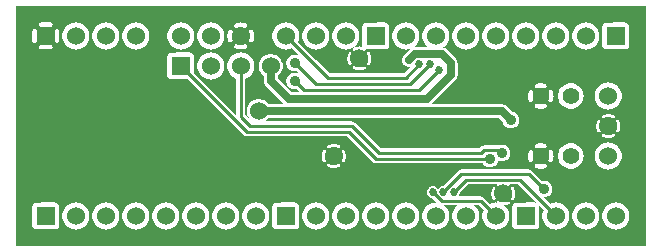
<source format=gbr>
G04 start of page 3 for group 1 idx 1 *
G04 Title: (unknown), solder *
G04 Creator: pcb 20110918 *
G04 CreationDate: Wed Aug  7 17:59:57 2013 UTC *
G04 For: mokus *
G04 Format: Gerber/RS-274X *
G04 PCB-Dimensions: 210000 80000 *
G04 PCB-Coordinate-Origin: lower left *
%MOIN*%
%FSLAX25Y25*%
%LNBOTTOM*%
%ADD40C,0.0280*%
%ADD39C,0.0300*%
%ADD38C,0.0380*%
%ADD37C,0.0130*%
%ADD36C,0.0350*%
%ADD35C,0.0200*%
%ADD34C,0.0270*%
%ADD33C,0.0360*%
%ADD32C,0.0550*%
%ADD31C,0.0600*%
%ADD30C,0.0250*%
%ADD29C,0.0100*%
%ADD28C,0.0001*%
G54D28*G36*
X78613Y41778D02*X78642Y41754D01*
X79056Y41500D01*
X78621D01*
X78613Y41508D01*
Y41778D01*
G37*
G36*
X165784Y20500D02*X167379D01*
X173442Y14436D01*
X173235Y14486D01*
X173000Y14500D01*
X166765Y14486D01*
X166535Y14431D01*
X166317Y14341D01*
X166116Y14217D01*
X165936Y14064D01*
X165784Y13886D01*
Y15369D01*
X165787Y15370D01*
X165855Y15409D01*
X165916Y15458D01*
X165969Y15517D01*
X166011Y15583D01*
X166174Y15908D01*
X166303Y16248D01*
X166401Y16598D01*
X166467Y16956D01*
X166500Y17318D01*
Y17682D01*
X166467Y18044D01*
X166401Y18402D01*
X166303Y18752D01*
X166174Y19092D01*
X166015Y19419D01*
X165972Y19485D01*
X165919Y19544D01*
X165857Y19594D01*
X165788Y19633D01*
X165784Y19635D01*
Y20500D01*
G37*
G36*
X210000Y0D02*X200784D01*
Y5560D01*
X201395Y5707D01*
X202049Y5978D01*
X202653Y6348D01*
X203192Y6808D01*
X203652Y7347D01*
X204022Y7951D01*
X204293Y8605D01*
X204458Y9294D01*
X204500Y10000D01*
X204458Y10706D01*
X204293Y11395D01*
X204022Y12049D01*
X203652Y12653D01*
X203192Y13192D01*
X202653Y13652D01*
X202049Y14022D01*
X201395Y14293D01*
X200784Y14440D01*
Y26916D01*
X201152Y27347D01*
X201522Y27951D01*
X201793Y28605D01*
X201958Y29294D01*
X202000Y30000D01*
X201958Y30706D01*
X201793Y31395D01*
X201522Y32049D01*
X201152Y32653D01*
X200784Y33084D01*
Y37869D01*
X200787Y37870D01*
X200855Y37909D01*
X200916Y37958D01*
X200969Y38017D01*
X201011Y38083D01*
X201174Y38408D01*
X201303Y38748D01*
X201401Y39098D01*
X201467Y39456D01*
X201500Y39818D01*
Y40182D01*
X201467Y40544D01*
X201401Y40902D01*
X201303Y41252D01*
X201174Y41592D01*
X201015Y41919D01*
X200972Y41985D01*
X200919Y42044D01*
X200857Y42094D01*
X200788Y42133D01*
X200784Y42135D01*
Y46916D01*
X201152Y47347D01*
X201522Y47951D01*
X201793Y48605D01*
X201958Y49294D01*
X202000Y50000D01*
X201958Y50706D01*
X201793Y51395D01*
X201522Y52049D01*
X201152Y52653D01*
X200784Y53084D01*
Y65508D01*
X203235Y65514D01*
X203465Y65569D01*
X203683Y65659D01*
X203884Y65783D01*
X204064Y65936D01*
X204217Y66116D01*
X204341Y66317D01*
X204431Y66535D01*
X204486Y66765D01*
X204500Y67000D01*
X204486Y73235D01*
X204431Y73465D01*
X204341Y73683D01*
X204217Y73884D01*
X204064Y74064D01*
X203884Y74217D01*
X203683Y74341D01*
X203465Y74431D01*
X203235Y74486D01*
X203000Y74500D01*
X200784Y74495D01*
Y80000D01*
X210000D01*
Y0D01*
G37*
G36*
X200784Y74495D02*X197502Y74488D01*
Y80000D01*
X200784D01*
Y74495D01*
G37*
G36*
Y53084D02*X200692Y53192D01*
X200153Y53652D01*
X199549Y54022D01*
X198895Y54293D01*
X198206Y54458D01*
X197502Y54514D01*
Y65501D01*
X200784Y65508D01*
Y53084D01*
G37*
G36*
Y33084D02*X200692Y33192D01*
X200153Y33652D01*
X199549Y34022D01*
X198895Y34293D01*
X198206Y34458D01*
X197502Y34514D01*
Y36000D01*
X197682D01*
X198044Y36033D01*
X198402Y36099D01*
X198752Y36197D01*
X199092Y36326D01*
X199419Y36485D01*
X199485Y36528D01*
X199544Y36581D01*
X199594Y36643D01*
X199633Y36712D01*
X199661Y36786D01*
X199677Y36863D01*
X199681Y36942D01*
X199673Y37021D01*
X199652Y37097D01*
X199620Y37170D01*
X199577Y37236D01*
X199524Y37295D01*
X199462Y37344D01*
X199393Y37384D01*
X199319Y37412D01*
X199242Y37428D01*
X199163Y37432D01*
X199084Y37424D01*
X199007Y37403D01*
X198936Y37370D01*
X198693Y37247D01*
X198438Y37150D01*
X198176Y37077D01*
X197908Y37028D01*
X197636Y37003D01*
X197502D01*
Y42997D01*
X197636D01*
X197908Y42972D01*
X198176Y42923D01*
X198438Y42850D01*
X198693Y42753D01*
X198937Y42633D01*
X199009Y42600D01*
X199084Y42579D01*
X199163Y42571D01*
X199241Y42575D01*
X199318Y42591D01*
X199392Y42619D01*
X199460Y42658D01*
X199521Y42707D01*
X199574Y42766D01*
X199617Y42832D01*
X199649Y42904D01*
X199670Y42980D01*
X199678Y43058D01*
X199674Y43136D01*
X199658Y43213D01*
X199630Y43287D01*
X199591Y43355D01*
X199542Y43416D01*
X199483Y43469D01*
X199417Y43511D01*
X199092Y43674D01*
X198752Y43803D01*
X198402Y43901D01*
X198044Y43967D01*
X197682Y44000D01*
X197502D01*
Y45486D01*
X198206Y45542D01*
X198895Y45707D01*
X199549Y45978D01*
X200153Y46348D01*
X200692Y46808D01*
X200784Y46916D01*
Y42135D01*
X200714Y42161D01*
X200637Y42177D01*
X200558Y42181D01*
X200479Y42173D01*
X200403Y42152D01*
X200330Y42120D01*
X200264Y42077D01*
X200205Y42024D01*
X200156Y41962D01*
X200116Y41893D01*
X200088Y41819D01*
X200072Y41742D01*
X200068Y41663D01*
X200076Y41584D01*
X200097Y41507D01*
X200130Y41436D01*
X200253Y41193D01*
X200350Y40938D01*
X200423Y40676D01*
X200472Y40408D01*
X200497Y40136D01*
Y39864D01*
X200472Y39592D01*
X200423Y39324D01*
X200350Y39062D01*
X200253Y38807D01*
X200133Y38563D01*
X200100Y38491D01*
X200079Y38416D01*
X200071Y38337D01*
X200075Y38259D01*
X200091Y38182D01*
X200119Y38108D01*
X200158Y38040D01*
X200207Y37979D01*
X200266Y37926D01*
X200332Y37883D01*
X200404Y37851D01*
X200480Y37830D01*
X200558Y37822D01*
X200636Y37826D01*
X200713Y37842D01*
X200784Y37869D01*
Y33084D01*
G37*
G36*
Y14440D02*X200706Y14458D01*
X200000Y14514D01*
X199294Y14458D01*
X198605Y14293D01*
X197951Y14022D01*
X197502Y13747D01*
Y25486D01*
X198206Y25542D01*
X198895Y25707D01*
X199549Y25978D01*
X200153Y26348D01*
X200692Y26808D01*
X200784Y26916D01*
Y14440D01*
G37*
G36*
Y0D02*X197502D01*
Y6253D01*
X197951Y5978D01*
X198605Y5707D01*
X199294Y5542D01*
X200000Y5486D01*
X200706Y5542D01*
X200784Y5560D01*
Y0D01*
G37*
G36*
X194216Y46916D02*X194308Y46808D01*
X194847Y46348D01*
X195451Y45978D01*
X196105Y45707D01*
X196794Y45542D01*
X197500Y45486D01*
X197502Y45486D01*
Y44000D01*
X197318D01*
X196956Y43967D01*
X196598Y43901D01*
X196248Y43803D01*
X195908Y43674D01*
X195581Y43515D01*
X195515Y43472D01*
X195456Y43419D01*
X195406Y43357D01*
X195367Y43288D01*
X195339Y43214D01*
X195323Y43137D01*
X195319Y43058D01*
X195327Y42979D01*
X195348Y42903D01*
X195380Y42830D01*
X195423Y42764D01*
X195476Y42705D01*
X195538Y42656D01*
X195607Y42616D01*
X195681Y42588D01*
X195758Y42572D01*
X195837Y42568D01*
X195916Y42576D01*
X195993Y42597D01*
X196064Y42630D01*
X196307Y42753D01*
X196562Y42850D01*
X196824Y42923D01*
X197092Y42972D01*
X197364Y42997D01*
X197502D01*
Y37003D01*
X197364D01*
X197092Y37028D01*
X196824Y37077D01*
X196562Y37150D01*
X196307Y37247D01*
X196063Y37367D01*
X195991Y37400D01*
X195915Y37421D01*
X195837Y37429D01*
X195759Y37425D01*
X195682Y37409D01*
X195608Y37381D01*
X195540Y37342D01*
X195479Y37293D01*
X195426Y37234D01*
X195383Y37168D01*
X195351Y37096D01*
X195330Y37020D01*
X195322Y36942D01*
X195326Y36864D01*
X195342Y36787D01*
X195370Y36713D01*
X195409Y36645D01*
X195458Y36584D01*
X195517Y36531D01*
X195583Y36489D01*
X195908Y36326D01*
X196248Y36197D01*
X196598Y36099D01*
X196956Y36033D01*
X197318Y36000D01*
X197502D01*
Y34514D01*
X197500Y34514D01*
X196794Y34458D01*
X196105Y34293D01*
X195451Y34022D01*
X194847Y33652D01*
X194308Y33192D01*
X194216Y33084D01*
Y37865D01*
X194286Y37839D01*
X194363Y37823D01*
X194442Y37819D01*
X194521Y37827D01*
X194597Y37848D01*
X194670Y37880D01*
X194736Y37923D01*
X194795Y37976D01*
X194844Y38038D01*
X194884Y38107D01*
X194912Y38181D01*
X194928Y38258D01*
X194932Y38337D01*
X194924Y38416D01*
X194903Y38493D01*
X194870Y38564D01*
X194747Y38807D01*
X194650Y39062D01*
X194577Y39324D01*
X194528Y39592D01*
X194503Y39864D01*
Y40136D01*
X194528Y40408D01*
X194577Y40676D01*
X194650Y40938D01*
X194747Y41193D01*
X194867Y41437D01*
X194900Y41509D01*
X194921Y41585D01*
X194929Y41663D01*
X194925Y41741D01*
X194909Y41818D01*
X194881Y41892D01*
X194842Y41960D01*
X194793Y42021D01*
X194734Y42074D01*
X194668Y42117D01*
X194596Y42149D01*
X194520Y42170D01*
X194442Y42178D01*
X194364Y42174D01*
X194287Y42158D01*
X194216Y42131D01*
Y46916D01*
G37*
G36*
Y80000D02*X197502D01*
Y74488D01*
X196765Y74486D01*
X196535Y74431D01*
X196317Y74341D01*
X196116Y74217D01*
X195936Y74064D01*
X195783Y73884D01*
X195659Y73683D01*
X195569Y73465D01*
X195514Y73235D01*
X195500Y73000D01*
X195514Y66765D01*
X195569Y66535D01*
X195659Y66317D01*
X195783Y66116D01*
X195936Y65936D01*
X196116Y65783D01*
X196317Y65659D01*
X196535Y65569D01*
X196765Y65514D01*
X197000Y65500D01*
X197502Y65501D01*
Y54514D01*
X197500Y54514D01*
X196794Y54458D01*
X196105Y54293D01*
X195451Y54022D01*
X194847Y53652D01*
X194308Y53192D01*
X194216Y53084D01*
Y68420D01*
X194293Y68605D01*
X194458Y69294D01*
X194500Y70000D01*
X194458Y70706D01*
X194293Y71395D01*
X194216Y71580D01*
Y80000D01*
G37*
G36*
X197502Y0D02*X194216D01*
Y8420D01*
X194293Y8605D01*
X194458Y9294D01*
X194500Y10000D01*
X194458Y10706D01*
X194293Y11395D01*
X194216Y11580D01*
Y26916D01*
X194308Y26808D01*
X194847Y26348D01*
X195451Y25978D01*
X196105Y25707D01*
X196794Y25542D01*
X197500Y25486D01*
X197502Y25486D01*
Y13747D01*
X197347Y13652D01*
X196808Y13192D01*
X196348Y12653D01*
X195978Y12049D01*
X195707Y11395D01*
X195542Y10706D01*
X195486Y10000D01*
X195542Y9294D01*
X195707Y8605D01*
X195978Y7951D01*
X196348Y7347D01*
X196808Y6808D01*
X197347Y6348D01*
X197502Y6253D01*
Y0D01*
G37*
G36*
X194216D02*X184993D01*
Y25737D01*
X185000Y25737D01*
X185667Y25789D01*
X186317Y25946D01*
X186935Y26202D01*
X187506Y26551D01*
X188014Y26986D01*
X188449Y27494D01*
X188798Y28065D01*
X189054Y28683D01*
X189211Y29333D01*
X189250Y30000D01*
X189211Y30667D01*
X189054Y31317D01*
X188798Y31935D01*
X188449Y32506D01*
X188014Y33014D01*
X187506Y33449D01*
X186935Y33798D01*
X186317Y34054D01*
X185667Y34211D01*
X185000Y34263D01*
X184993Y34263D01*
Y45737D01*
X185000Y45737D01*
X185667Y45789D01*
X186317Y45946D01*
X186935Y46202D01*
X187506Y46551D01*
X188014Y46986D01*
X188449Y47494D01*
X188798Y48065D01*
X189054Y48683D01*
X189211Y49333D01*
X189250Y50000D01*
X189211Y50667D01*
X189054Y51317D01*
X188798Y51935D01*
X188449Y52506D01*
X188014Y53014D01*
X187506Y53449D01*
X186935Y53798D01*
X186317Y54054D01*
X185667Y54211D01*
X185000Y54263D01*
X184993Y54263D01*
Y80000D01*
X194216D01*
Y71580D01*
X194022Y72049D01*
X193652Y72653D01*
X193192Y73192D01*
X192653Y73652D01*
X192049Y74022D01*
X191395Y74293D01*
X190706Y74458D01*
X190000Y74514D01*
X189294Y74458D01*
X188605Y74293D01*
X187951Y74022D01*
X187347Y73652D01*
X186808Y73192D01*
X186348Y72653D01*
X185978Y72049D01*
X185707Y71395D01*
X185542Y70706D01*
X185486Y70000D01*
X185542Y69294D01*
X185707Y68605D01*
X185978Y67951D01*
X186348Y67347D01*
X186808Y66808D01*
X187347Y66348D01*
X187951Y65978D01*
X188605Y65707D01*
X189294Y65542D01*
X190000Y65486D01*
X190706Y65542D01*
X191395Y65707D01*
X192049Y65978D01*
X192653Y66348D01*
X193192Y66808D01*
X193652Y67347D01*
X194022Y67951D01*
X194216Y68420D01*
Y53084D01*
X193848Y52653D01*
X193478Y52049D01*
X193207Y51395D01*
X193042Y50706D01*
X192986Y50000D01*
X193042Y49294D01*
X193207Y48605D01*
X193478Y47951D01*
X193848Y47347D01*
X194216Y46916D01*
Y42131D01*
X194213Y42130D01*
X194145Y42091D01*
X194084Y42042D01*
X194031Y41983D01*
X193989Y41917D01*
X193826Y41592D01*
X193697Y41252D01*
X193599Y40902D01*
X193533Y40544D01*
X193500Y40182D01*
Y39818D01*
X193533Y39456D01*
X193599Y39098D01*
X193697Y38748D01*
X193826Y38408D01*
X193985Y38081D01*
X194028Y38015D01*
X194081Y37956D01*
X194143Y37906D01*
X194212Y37867D01*
X194216Y37865D01*
Y33084D01*
X193848Y32653D01*
X193478Y32049D01*
X193207Y31395D01*
X193042Y30706D01*
X192986Y30000D01*
X193042Y29294D01*
X193207Y28605D01*
X193478Y27951D01*
X193848Y27347D01*
X194216Y26916D01*
Y11580D01*
X194022Y12049D01*
X193652Y12653D01*
X193192Y13192D01*
X192653Y13652D01*
X192049Y14022D01*
X191395Y14293D01*
X190706Y14458D01*
X190000Y14514D01*
X189294Y14458D01*
X188605Y14293D01*
X187951Y14022D01*
X187347Y13652D01*
X186808Y13192D01*
X186348Y12653D01*
X185978Y12049D01*
X185707Y11395D01*
X185542Y10706D01*
X185486Y10000D01*
X185542Y9294D01*
X185707Y8605D01*
X185978Y7951D01*
X186348Y7347D01*
X186808Y6808D01*
X187347Y6348D01*
X187951Y5978D01*
X188605Y5707D01*
X189294Y5542D01*
X190000Y5486D01*
X190706Y5542D01*
X191395Y5707D01*
X192049Y5978D01*
X192653Y6348D01*
X193192Y6808D01*
X193652Y7347D01*
X194022Y7951D01*
X194216Y8420D01*
Y0D01*
G37*
G36*
X184993D02*X178390D01*
Y5796D01*
X178605Y5707D01*
X179294Y5542D01*
X180000Y5486D01*
X180706Y5542D01*
X181395Y5707D01*
X182049Y5978D01*
X182653Y6348D01*
X183192Y6808D01*
X183652Y7347D01*
X184022Y7951D01*
X184293Y8605D01*
X184458Y9294D01*
X184500Y10000D01*
X184458Y10706D01*
X184293Y11395D01*
X184022Y12049D01*
X183652Y12653D01*
X183192Y13192D01*
X182653Y13652D01*
X182049Y14022D01*
X181395Y14293D01*
X180706Y14458D01*
X180000Y14514D01*
X179294Y14458D01*
X178605Y14293D01*
X178390Y14204D01*
Y17541D01*
X178503Y17725D01*
X178671Y18132D01*
X178774Y18561D01*
X178800Y19000D01*
X178774Y19439D01*
X178671Y19868D01*
X178503Y20275D01*
X178390Y20459D01*
Y28035D01*
X178481Y28053D01*
X178592Y28093D01*
X178695Y28151D01*
X178788Y28223D01*
X178869Y28310D01*
X178935Y28408D01*
X178982Y28515D01*
X179103Y28875D01*
X179187Y29245D01*
X179237Y29621D01*
X179254Y30000D01*
X179237Y30379D01*
X179187Y30755D01*
X179103Y31125D01*
X178986Y31486D01*
X178937Y31594D01*
X178871Y31692D01*
X178790Y31779D01*
X178697Y31852D01*
X178593Y31909D01*
X178482Y31950D01*
X178390Y31968D01*
Y48035D01*
X178481Y48053D01*
X178592Y48093D01*
X178695Y48151D01*
X178788Y48223D01*
X178869Y48310D01*
X178935Y48408D01*
X178982Y48515D01*
X179103Y48875D01*
X179187Y49245D01*
X179237Y49621D01*
X179254Y50000D01*
X179237Y50379D01*
X179187Y50755D01*
X179103Y51125D01*
X178986Y51486D01*
X178937Y51594D01*
X178871Y51692D01*
X178790Y51779D01*
X178697Y51852D01*
X178593Y51909D01*
X178482Y51950D01*
X178390Y51968D01*
Y65796D01*
X178605Y65707D01*
X179294Y65542D01*
X180000Y65486D01*
X180706Y65542D01*
X181395Y65707D01*
X182049Y65978D01*
X182653Y66348D01*
X183192Y66808D01*
X183652Y67347D01*
X184022Y67951D01*
X184293Y68605D01*
X184458Y69294D01*
X184500Y70000D01*
X184458Y70706D01*
X184293Y71395D01*
X184022Y72049D01*
X183652Y72653D01*
X183192Y73192D01*
X182653Y73652D01*
X182049Y74022D01*
X181395Y74293D01*
X180706Y74458D01*
X180000Y74514D01*
X179294Y74458D01*
X178605Y74293D01*
X178390Y74204D01*
Y80000D01*
X184993D01*
Y54263D01*
X184333Y54211D01*
X183683Y54054D01*
X183065Y53798D01*
X182494Y53449D01*
X181986Y53014D01*
X181551Y52506D01*
X181202Y51935D01*
X180946Y51317D01*
X180789Y50667D01*
X180737Y50000D01*
X180789Y49333D01*
X180946Y48683D01*
X181202Y48065D01*
X181551Y47494D01*
X181986Y46986D01*
X182494Y46551D01*
X183065Y46202D01*
X183683Y45946D01*
X184333Y45789D01*
X184993Y45737D01*
Y34263D01*
X184333Y34211D01*
X183683Y34054D01*
X183065Y33798D01*
X182494Y33449D01*
X181986Y33014D01*
X181551Y32506D01*
X181202Y31935D01*
X180946Y31317D01*
X180789Y30667D01*
X180737Y30000D01*
X180789Y29333D01*
X180946Y28683D01*
X181202Y28065D01*
X181551Y27494D01*
X181986Y26986D01*
X182494Y26551D01*
X183065Y26202D01*
X183683Y25946D01*
X184333Y25789D01*
X184993Y25737D01*
Y0D01*
G37*
G36*
X178390Y20459D02*X178272Y20651D01*
X177986Y20986D01*
X177651Y21272D01*
X177275Y21503D01*
X176868Y21671D01*
X176439Y21774D01*
X176000Y21809D01*
X175561Y21774D01*
X175389Y21733D01*
X175001Y22120D01*
Y25746D01*
X175379Y25763D01*
X175755Y25813D01*
X176125Y25897D01*
X176486Y26014D01*
X176594Y26063D01*
X176692Y26129D01*
X176779Y26210D01*
X176852Y26303D01*
X176909Y26407D01*
X176950Y26518D01*
X176973Y26634D01*
X176977Y26753D01*
X176963Y26870D01*
X176930Y26984D01*
X176880Y27092D01*
X176814Y27190D01*
X176733Y27277D01*
X176640Y27350D01*
X176536Y27407D01*
X176425Y27448D01*
X176309Y27471D01*
X176190Y27475D01*
X176073Y27461D01*
X175960Y27426D01*
X175727Y27348D01*
X175488Y27294D01*
X175245Y27261D01*
X175001Y27250D01*
Y32750D01*
X175245Y32739D01*
X175488Y32706D01*
X175727Y32652D01*
X175961Y32577D01*
X176073Y32542D01*
X176190Y32528D01*
X176308Y32532D01*
X176424Y32555D01*
X176535Y32595D01*
X176638Y32653D01*
X176731Y32725D01*
X176812Y32812D01*
X176878Y32910D01*
X176927Y33017D01*
X176960Y33130D01*
X176974Y33247D01*
X176970Y33365D01*
X176947Y33481D01*
X176907Y33592D01*
X176849Y33695D01*
X176777Y33788D01*
X176690Y33869D01*
X176592Y33935D01*
X176485Y33982D01*
X176125Y34103D01*
X175755Y34187D01*
X175379Y34237D01*
X175001Y34254D01*
Y45746D01*
X175379Y45763D01*
X175755Y45813D01*
X176125Y45897D01*
X176486Y46014D01*
X176594Y46063D01*
X176692Y46129D01*
X176779Y46210D01*
X176852Y46303D01*
X176909Y46407D01*
X176950Y46518D01*
X176973Y46634D01*
X176977Y46753D01*
X176963Y46870D01*
X176930Y46984D01*
X176880Y47092D01*
X176814Y47190D01*
X176733Y47277D01*
X176640Y47350D01*
X176536Y47407D01*
X176425Y47448D01*
X176309Y47471D01*
X176190Y47475D01*
X176073Y47461D01*
X175960Y47426D01*
X175727Y47348D01*
X175488Y47294D01*
X175245Y47261D01*
X175001Y47250D01*
Y52750D01*
X175245Y52739D01*
X175488Y52706D01*
X175727Y52652D01*
X175961Y52577D01*
X176073Y52542D01*
X176190Y52528D01*
X176308Y52532D01*
X176424Y52555D01*
X176535Y52595D01*
X176638Y52653D01*
X176731Y52725D01*
X176812Y52812D01*
X176878Y52910D01*
X176927Y53017D01*
X176960Y53130D01*
X176974Y53247D01*
X176970Y53365D01*
X176947Y53481D01*
X176907Y53592D01*
X176849Y53695D01*
X176777Y53788D01*
X176690Y53869D01*
X176592Y53935D01*
X176485Y53982D01*
X176125Y54103D01*
X175755Y54187D01*
X175379Y54237D01*
X175001Y54254D01*
Y80000D01*
X178390D01*
Y74204D01*
X177951Y74022D01*
X177347Y73652D01*
X176808Y73192D01*
X176348Y72653D01*
X175978Y72049D01*
X175707Y71395D01*
X175542Y70706D01*
X175486Y70000D01*
X175542Y69294D01*
X175707Y68605D01*
X175978Y67951D01*
X176348Y67347D01*
X176808Y66808D01*
X177347Y66348D01*
X177951Y65978D01*
X178390Y65796D01*
Y51968D01*
X178366Y51973D01*
X178247Y51977D01*
X178130Y51963D01*
X178016Y51930D01*
X177908Y51880D01*
X177810Y51814D01*
X177723Y51733D01*
X177650Y51640D01*
X177593Y51536D01*
X177552Y51425D01*
X177529Y51309D01*
X177525Y51190D01*
X177539Y51073D01*
X177574Y50960D01*
X177652Y50727D01*
X177706Y50488D01*
X177739Y50245D01*
X177750Y50000D01*
X177739Y49755D01*
X177706Y49512D01*
X177652Y49273D01*
X177577Y49039D01*
X177542Y48927D01*
X177528Y48810D01*
X177532Y48692D01*
X177555Y48576D01*
X177595Y48465D01*
X177653Y48362D01*
X177725Y48269D01*
X177812Y48188D01*
X177910Y48122D01*
X178017Y48073D01*
X178130Y48040D01*
X178247Y48026D01*
X178365Y48030D01*
X178390Y48035D01*
Y31968D01*
X178366Y31973D01*
X178247Y31977D01*
X178130Y31963D01*
X178016Y31930D01*
X177908Y31880D01*
X177810Y31814D01*
X177723Y31733D01*
X177650Y31640D01*
X177593Y31536D01*
X177552Y31425D01*
X177529Y31309D01*
X177525Y31190D01*
X177539Y31073D01*
X177574Y30960D01*
X177652Y30727D01*
X177706Y30488D01*
X177739Y30245D01*
X177750Y30000D01*
X177739Y29755D01*
X177706Y29512D01*
X177652Y29273D01*
X177577Y29039D01*
X177542Y28927D01*
X177528Y28810D01*
X177532Y28692D01*
X177555Y28576D01*
X177595Y28465D01*
X177653Y28362D01*
X177725Y28269D01*
X177812Y28188D01*
X177910Y28122D01*
X178017Y28073D01*
X178130Y28040D01*
X178247Y28026D01*
X178365Y28030D01*
X178390Y28035D01*
Y20459D01*
G37*
G36*
Y14204D02*X178056Y14065D01*
X175924Y16197D01*
X176000Y16191D01*
X176439Y16226D01*
X176868Y16329D01*
X177275Y16497D01*
X177651Y16728D01*
X177986Y17014D01*
X178272Y17349D01*
X178390Y17541D01*
Y14204D01*
G37*
G36*
Y0D02*X175001D01*
Y12877D01*
X175935Y11944D01*
X175707Y11395D01*
X175542Y10706D01*
X175486Y10000D01*
X175542Y9294D01*
X175707Y8605D01*
X175978Y7951D01*
X176348Y7347D01*
X176808Y6808D01*
X177347Y6348D01*
X177951Y5978D01*
X178390Y5796D01*
Y0D01*
G37*
G36*
X175001Y22120D02*X172102Y25019D01*
X172064Y25064D01*
X171884Y25217D01*
X171683Y25341D01*
X171610Y25371D01*
Y28032D01*
X171634Y28027D01*
X171753Y28023D01*
X171870Y28037D01*
X171984Y28070D01*
X172092Y28120D01*
X172190Y28186D01*
X172277Y28267D01*
X172350Y28360D01*
X172407Y28464D01*
X172448Y28575D01*
X172471Y28691D01*
X172475Y28810D01*
X172461Y28927D01*
X172426Y29040D01*
X172348Y29273D01*
X172294Y29512D01*
X172261Y29755D01*
X172250Y30000D01*
X172261Y30245D01*
X172294Y30488D01*
X172348Y30727D01*
X172423Y30961D01*
X172458Y31073D01*
X172472Y31190D01*
X172468Y31308D01*
X172445Y31424D01*
X172405Y31535D01*
X172347Y31638D01*
X172275Y31731D01*
X172188Y31812D01*
X172090Y31878D01*
X171983Y31927D01*
X171870Y31960D01*
X171753Y31974D01*
X171635Y31970D01*
X171610Y31965D01*
Y48032D01*
X171634Y48027D01*
X171753Y48023D01*
X171870Y48037D01*
X171984Y48070D01*
X172092Y48120D01*
X172190Y48186D01*
X172277Y48267D01*
X172350Y48360D01*
X172407Y48464D01*
X172448Y48575D01*
X172471Y48691D01*
X172475Y48810D01*
X172461Y48927D01*
X172426Y49040D01*
X172348Y49273D01*
X172294Y49512D01*
X172261Y49755D01*
X172250Y50000D01*
X172261Y50245D01*
X172294Y50488D01*
X172348Y50727D01*
X172423Y50961D01*
X172458Y51073D01*
X172472Y51190D01*
X172468Y51308D01*
X172445Y51424D01*
X172405Y51535D01*
X172347Y51638D01*
X172275Y51731D01*
X172188Y51812D01*
X172090Y51878D01*
X171983Y51927D01*
X171870Y51960D01*
X171753Y51974D01*
X171635Y51970D01*
X171610Y51965D01*
Y65796D01*
X172049Y65978D01*
X172653Y66348D01*
X173192Y66808D01*
X173652Y67347D01*
X174022Y67951D01*
X174293Y68605D01*
X174458Y69294D01*
X174500Y70000D01*
X174458Y70706D01*
X174293Y71395D01*
X174022Y72049D01*
X173652Y72653D01*
X173192Y73192D01*
X172653Y73652D01*
X172049Y74022D01*
X171610Y74204D01*
Y80000D01*
X175001D01*
Y54254D01*
X175000Y54254D01*
X174621Y54237D01*
X174245Y54187D01*
X173875Y54103D01*
X173514Y53986D01*
X173406Y53937D01*
X173308Y53871D01*
X173221Y53790D01*
X173148Y53697D01*
X173091Y53593D01*
X173050Y53482D01*
X173027Y53366D01*
X173023Y53247D01*
X173037Y53130D01*
X173070Y53016D01*
X173120Y52908D01*
X173186Y52810D01*
X173267Y52723D01*
X173360Y52650D01*
X173464Y52593D01*
X173575Y52552D01*
X173691Y52529D01*
X173810Y52525D01*
X173927Y52539D01*
X174040Y52574D01*
X174273Y52652D01*
X174512Y52706D01*
X174755Y52739D01*
X175000Y52750D01*
X175001Y52750D01*
Y47250D01*
X175000Y47250D01*
X174755Y47261D01*
X174512Y47294D01*
X174273Y47348D01*
X174039Y47423D01*
X173927Y47458D01*
X173810Y47472D01*
X173692Y47468D01*
X173576Y47445D01*
X173465Y47405D01*
X173362Y47347D01*
X173269Y47275D01*
X173188Y47188D01*
X173122Y47090D01*
X173073Y46983D01*
X173040Y46870D01*
X173026Y46753D01*
X173030Y46635D01*
X173053Y46519D01*
X173093Y46408D01*
X173150Y46305D01*
X173223Y46212D01*
X173310Y46131D01*
X173408Y46065D01*
X173515Y46018D01*
X173875Y45897D01*
X174245Y45813D01*
X174621Y45763D01*
X175000Y45746D01*
X175001Y45746D01*
Y34254D01*
X175000Y34254D01*
X174621Y34237D01*
X174245Y34187D01*
X173875Y34103D01*
X173514Y33986D01*
X173406Y33937D01*
X173308Y33871D01*
X173221Y33790D01*
X173148Y33697D01*
X173091Y33593D01*
X173050Y33482D01*
X173027Y33366D01*
X173023Y33247D01*
X173037Y33130D01*
X173070Y33016D01*
X173120Y32908D01*
X173186Y32810D01*
X173267Y32723D01*
X173360Y32650D01*
X173464Y32593D01*
X173575Y32552D01*
X173691Y32529D01*
X173810Y32525D01*
X173927Y32539D01*
X174040Y32574D01*
X174273Y32652D01*
X174512Y32706D01*
X174755Y32739D01*
X175000Y32750D01*
X175001Y32750D01*
Y27250D01*
X175000Y27250D01*
X174755Y27261D01*
X174512Y27294D01*
X174273Y27348D01*
X174039Y27423D01*
X173927Y27458D01*
X173810Y27472D01*
X173692Y27468D01*
X173576Y27445D01*
X173465Y27405D01*
X173362Y27347D01*
X173269Y27275D01*
X173188Y27188D01*
X173122Y27090D01*
X173073Y26983D01*
X173040Y26870D01*
X173026Y26753D01*
X173030Y26635D01*
X173053Y26519D01*
X173093Y26408D01*
X173150Y26305D01*
X173223Y26212D01*
X173310Y26131D01*
X173408Y26065D01*
X173515Y26018D01*
X173875Y25897D01*
X174245Y25813D01*
X174621Y25763D01*
X175000Y25746D01*
X175001Y25746D01*
Y22120D01*
G37*
G36*
X171610Y74204D02*X171395Y74293D01*
X170706Y74458D01*
X170000Y74514D01*
X169294Y74458D01*
X168605Y74293D01*
X167951Y74022D01*
X167347Y73652D01*
X166808Y73192D01*
X166348Y72653D01*
X165978Y72049D01*
X165784Y71580D01*
Y80000D01*
X171610D01*
Y74204D01*
G37*
G36*
Y25371D02*X171465Y25431D01*
X171235Y25486D01*
X171000Y25505D01*
X170941Y25500D01*
X165784D01*
Y39309D01*
X165868Y39329D01*
X166275Y39497D01*
X166651Y39728D01*
X166986Y40014D01*
X167272Y40349D01*
X167503Y40725D01*
X167671Y41132D01*
X167774Y41561D01*
X167800Y42000D01*
X167774Y42439D01*
X167671Y42868D01*
X167503Y43275D01*
X167272Y43651D01*
X166986Y43986D01*
X166651Y44272D01*
X166275Y44503D01*
X165868Y44671D01*
X165784Y44691D01*
Y68420D01*
X165978Y67951D01*
X166348Y67347D01*
X166808Y66808D01*
X167347Y66348D01*
X167951Y65978D01*
X168605Y65707D01*
X169294Y65542D01*
X170000Y65486D01*
X170706Y65542D01*
X171395Y65707D01*
X171610Y65796D01*
Y51965D01*
X171519Y51947D01*
X171408Y51907D01*
X171305Y51850D01*
X171212Y51777D01*
X171131Y51690D01*
X171065Y51592D01*
X171018Y51485D01*
X170897Y51125D01*
X170813Y50755D01*
X170763Y50379D01*
X170746Y50000D01*
X170763Y49621D01*
X170813Y49245D01*
X170897Y48875D01*
X171014Y48514D01*
X171063Y48406D01*
X171129Y48308D01*
X171210Y48221D01*
X171303Y48148D01*
X171407Y48091D01*
X171518Y48050D01*
X171610Y48032D01*
Y31965D01*
X171519Y31947D01*
X171408Y31907D01*
X171305Y31850D01*
X171212Y31777D01*
X171131Y31690D01*
X171065Y31592D01*
X171018Y31485D01*
X170897Y31125D01*
X170813Y30755D01*
X170763Y30379D01*
X170746Y30000D01*
X170763Y29621D01*
X170813Y29245D01*
X170897Y28875D01*
X171014Y28514D01*
X171063Y28406D01*
X171129Y28308D01*
X171210Y28221D01*
X171303Y28148D01*
X171407Y28091D01*
X171518Y28050D01*
X171610Y28032D01*
Y25371D01*
G37*
G36*
X175001Y0D02*X165784D01*
Y6114D01*
X165936Y5936D01*
X166116Y5783D01*
X166317Y5659D01*
X166535Y5569D01*
X166765Y5514D01*
X167000Y5500D01*
X173235Y5514D01*
X173465Y5569D01*
X173683Y5659D01*
X173884Y5783D01*
X174064Y5936D01*
X174217Y6116D01*
X174341Y6317D01*
X174431Y6535D01*
X174486Y6765D01*
X174500Y7000D01*
X174486Y13235D01*
X174436Y13442D01*
X175001Y12877D01*
Y0D01*
G37*
G36*
X165784Y44691D02*X165439Y44774D01*
X165405Y44777D01*
X163653Y46529D01*
X163596Y46596D01*
X163327Y46826D01*
X163327Y46826D01*
X163212Y46896D01*
X163025Y47011D01*
X162793Y47107D01*
X162697Y47146D01*
X162353Y47229D01*
X162000Y47257D01*
X161912Y47250D01*
X159993D01*
Y65487D01*
X160000Y65486D01*
X160706Y65542D01*
X161395Y65707D01*
X162049Y65978D01*
X162653Y66348D01*
X163192Y66808D01*
X163652Y67347D01*
X164022Y67951D01*
X164293Y68605D01*
X164458Y69294D01*
X164500Y70000D01*
X164458Y70706D01*
X164293Y71395D01*
X164022Y72049D01*
X163652Y72653D01*
X163192Y73192D01*
X162653Y73652D01*
X162049Y74022D01*
X161395Y74293D01*
X160706Y74458D01*
X160000Y74514D01*
X159993Y74513D01*
Y80000D01*
X165784D01*
Y71580D01*
X165707Y71395D01*
X165542Y70706D01*
X165486Y70000D01*
X165542Y69294D01*
X165707Y68605D01*
X165784Y68420D01*
Y44691D01*
G37*
G36*
Y25500D02*X159993D01*
Y27022D01*
X160272Y27349D01*
X160503Y27725D01*
X160671Y28132D01*
X160756Y28485D01*
X161132Y28329D01*
X161561Y28226D01*
X162000Y28191D01*
X162439Y28226D01*
X162868Y28329D01*
X163275Y28497D01*
X163651Y28728D01*
X163986Y29014D01*
X164272Y29349D01*
X164503Y29725D01*
X164671Y30132D01*
X164774Y30561D01*
X164800Y31000D01*
X164774Y31439D01*
X164671Y31868D01*
X164503Y32275D01*
X164272Y32651D01*
X163986Y32986D01*
X163651Y33272D01*
X163275Y33503D01*
X162868Y33671D01*
X162439Y33774D01*
X162000Y33809D01*
X161561Y33774D01*
X161132Y33671D01*
X160725Y33503D01*
X160721Y33500D01*
X159993D01*
Y42750D01*
X161068D01*
X162223Y41595D01*
X162226Y41561D01*
X162329Y41132D01*
X162497Y40725D01*
X162728Y40349D01*
X163014Y40014D01*
X163349Y39728D01*
X163725Y39497D01*
X164132Y39329D01*
X164561Y39226D01*
X165000Y39191D01*
X165439Y39226D01*
X165784Y39309D01*
Y25500D01*
G37*
G36*
Y0D02*X159993D01*
Y5487D01*
X160000Y5486D01*
X160706Y5542D01*
X161395Y5707D01*
X162049Y5978D01*
X162653Y6348D01*
X163192Y6808D01*
X163652Y7347D01*
X164022Y7951D01*
X164293Y8605D01*
X164458Y9294D01*
X164500Y10000D01*
X164458Y10706D01*
X164293Y11395D01*
X164022Y12049D01*
X163652Y12653D01*
X163192Y13192D01*
X162817Y13512D01*
X163044Y13533D01*
X163402Y13599D01*
X163752Y13697D01*
X164092Y13826D01*
X164419Y13985D01*
X164485Y14028D01*
X164544Y14081D01*
X164594Y14143D01*
X164633Y14212D01*
X164661Y14286D01*
X164677Y14363D01*
X164681Y14442D01*
X164673Y14521D01*
X164652Y14597D01*
X164620Y14670D01*
X164577Y14736D01*
X164524Y14795D01*
X164462Y14844D01*
X164393Y14884D01*
X164319Y14912D01*
X164242Y14928D01*
X164163Y14932D01*
X164084Y14924D01*
X164007Y14903D01*
X163936Y14870D01*
X163693Y14747D01*
X163438Y14650D01*
X163176Y14577D01*
X162908Y14528D01*
X162636Y14503D01*
X162364D01*
X162092Y14528D01*
X161824Y14577D01*
X161562Y14650D01*
X161307Y14747D01*
X161063Y14867D01*
X160991Y14900D01*
X160915Y14921D01*
X160837Y14929D01*
X160759Y14925D01*
X160682Y14909D01*
X160608Y14881D01*
X160540Y14842D01*
X160479Y14793D01*
X160426Y14734D01*
X160383Y14668D01*
X160351Y14596D01*
X160330Y14520D01*
X160327Y14488D01*
X160000Y14514D01*
X159993Y14513D01*
Y20500D01*
X160325D01*
X160327Y20479D01*
X160348Y20403D01*
X160380Y20330D01*
X160423Y20264D01*
X160476Y20205D01*
X160538Y20156D01*
X160607Y20116D01*
X160681Y20088D01*
X160758Y20072D01*
X160837Y20068D01*
X160916Y20076D01*
X160993Y20097D01*
X161064Y20130D01*
X161307Y20253D01*
X161562Y20350D01*
X161824Y20423D01*
X162092Y20472D01*
X162364Y20497D01*
X162636D01*
X162908Y20472D01*
X163176Y20423D01*
X163438Y20350D01*
X163693Y20253D01*
X163937Y20133D01*
X164009Y20100D01*
X164084Y20079D01*
X164163Y20071D01*
X164241Y20075D01*
X164318Y20091D01*
X164392Y20119D01*
X164460Y20158D01*
X164521Y20207D01*
X164574Y20266D01*
X164617Y20332D01*
X164649Y20404D01*
X164670Y20480D01*
X164672Y20500D01*
X165784D01*
Y19635D01*
X165714Y19661D01*
X165637Y19677D01*
X165558Y19681D01*
X165479Y19673D01*
X165403Y19652D01*
X165330Y19620D01*
X165264Y19577D01*
X165205Y19524D01*
X165156Y19462D01*
X165116Y19393D01*
X165088Y19319D01*
X165072Y19242D01*
X165068Y19163D01*
X165076Y19084D01*
X165097Y19007D01*
X165130Y18936D01*
X165253Y18693D01*
X165350Y18438D01*
X165423Y18176D01*
X165472Y17908D01*
X165497Y17636D01*
Y17364D01*
X165472Y17092D01*
X165423Y16824D01*
X165350Y16562D01*
X165253Y16307D01*
X165133Y16063D01*
X165100Y15991D01*
X165079Y15916D01*
X165071Y15837D01*
X165075Y15759D01*
X165091Y15682D01*
X165119Y15608D01*
X165158Y15540D01*
X165207Y15479D01*
X165266Y15426D01*
X165332Y15383D01*
X165404Y15351D01*
X165480Y15330D01*
X165558Y15322D01*
X165636Y15326D01*
X165713Y15342D01*
X165784Y15369D01*
Y13886D01*
X165783Y13884D01*
X165659Y13683D01*
X165569Y13465D01*
X165514Y13235D01*
X165500Y13000D01*
X165514Y6765D01*
X165569Y6535D01*
X165659Y6317D01*
X165783Y6116D01*
X165784Y6114D01*
Y0D01*
G37*
G36*
X159993Y14513D02*X159294Y14458D01*
X159216Y14440D01*
Y15365D01*
X159286Y15339D01*
X159363Y15323D01*
X159442Y15319D01*
X159521Y15327D01*
X159597Y15348D01*
X159670Y15380D01*
X159736Y15423D01*
X159795Y15476D01*
X159844Y15538D01*
X159884Y15607D01*
X159912Y15681D01*
X159928Y15758D01*
X159932Y15837D01*
X159924Y15916D01*
X159903Y15993D01*
X159870Y16064D01*
X159747Y16307D01*
X159650Y16562D01*
X159577Y16824D01*
X159528Y17092D01*
X159503Y17364D01*
Y17636D01*
X159528Y17908D01*
X159577Y18176D01*
X159650Y18438D01*
X159747Y18693D01*
X159867Y18937D01*
X159900Y19009D01*
X159921Y19085D01*
X159929Y19163D01*
X159925Y19241D01*
X159909Y19318D01*
X159881Y19392D01*
X159842Y19460D01*
X159793Y19521D01*
X159734Y19574D01*
X159668Y19617D01*
X159596Y19649D01*
X159520Y19670D01*
X159442Y19678D01*
X159364Y19674D01*
X159287Y19658D01*
X159216Y19631D01*
Y20500D01*
X159993D01*
Y14513D01*
G37*
G36*
X159216Y14440D02*X158605Y14293D01*
X158056Y14065D01*
X156102Y16019D01*
X156064Y16064D01*
X155884Y16217D01*
X155683Y16341D01*
X155465Y16431D01*
X155235Y16486D01*
X155000Y16505D01*
X154941Y16500D01*
X147246D01*
X147383Y16617D01*
X147582Y16850D01*
X147743Y17112D01*
X147860Y17396D01*
X147932Y17694D01*
X147939Y17818D01*
X150621Y20500D01*
X159216D01*
Y19631D01*
X159213Y19630D01*
X159145Y19591D01*
X159084Y19542D01*
X159031Y19483D01*
X158989Y19417D01*
X158826Y19092D01*
X158697Y18752D01*
X158599Y18402D01*
X158533Y18044D01*
X158500Y17682D01*
Y17318D01*
X158533Y16956D01*
X158599Y16598D01*
X158697Y16248D01*
X158826Y15908D01*
X158985Y15581D01*
X159028Y15515D01*
X159081Y15456D01*
X159143Y15406D01*
X159212Y15367D01*
X159216Y15365D01*
Y14440D01*
G37*
G36*
X159993Y47250D02*X149993D01*
Y65487D01*
X150000Y65486D01*
X150706Y65542D01*
X151395Y65707D01*
X152049Y65978D01*
X152653Y66348D01*
X153192Y66808D01*
X153652Y67347D01*
X154022Y67951D01*
X154293Y68605D01*
X154458Y69294D01*
X154500Y70000D01*
X154458Y70706D01*
X154293Y71395D01*
X154022Y72049D01*
X153652Y72653D01*
X153192Y73192D01*
X152653Y73652D01*
X152049Y74022D01*
X151395Y74293D01*
X150706Y74458D01*
X150000Y74514D01*
X149993Y74513D01*
Y80000D01*
X159993D01*
Y74513D01*
X159294Y74458D01*
X158605Y74293D01*
X157951Y74022D01*
X157347Y73652D01*
X156808Y73192D01*
X156348Y72653D01*
X155978Y72049D01*
X155707Y71395D01*
X155542Y70706D01*
X155486Y70000D01*
X155542Y69294D01*
X155707Y68605D01*
X155978Y67951D01*
X156348Y67347D01*
X156808Y66808D01*
X157347Y66348D01*
X157951Y65978D01*
X158605Y65707D01*
X159294Y65542D01*
X159993Y65487D01*
Y47250D01*
G37*
G36*
X149993D02*X138415D01*
X138596Y47404D01*
X138653Y47471D01*
X146529Y55347D01*
X146596Y55404D01*
X146826Y55673D01*
X146826Y55673D01*
X147011Y55975D01*
X147146Y56303D01*
X147229Y56647D01*
X147257Y57000D01*
X147250Y57088D01*
Y60912D01*
X147257Y61000D01*
X147229Y61353D01*
X147146Y61697D01*
X147107Y61793D01*
X147011Y62025D01*
X146896Y62212D01*
X146826Y62327D01*
X146826Y62327D01*
X146596Y62596D01*
X146529Y62653D01*
X143653Y65529D01*
X143596Y65596D01*
X143327Y65826D01*
X143327Y65826D01*
X143212Y65896D01*
X143025Y66011D01*
X142793Y66107D01*
X142697Y66146D01*
X142429Y66211D01*
X142653Y66348D01*
X143192Y66808D01*
X143652Y67347D01*
X144022Y67951D01*
X144293Y68605D01*
X144458Y69294D01*
X144500Y70000D01*
X144458Y70706D01*
X144293Y71395D01*
X144022Y72049D01*
X143652Y72653D01*
X143192Y73192D01*
X142653Y73652D01*
X142049Y74022D01*
X141395Y74293D01*
X140706Y74458D01*
X140000Y74514D01*
X139294Y74458D01*
X138605Y74293D01*
X137951Y74022D01*
X137347Y73652D01*
X136808Y73192D01*
X136348Y72653D01*
X135978Y72049D01*
X135707Y71395D01*
X135542Y70706D01*
X135486Y70000D01*
X135542Y69294D01*
X135707Y68605D01*
X135978Y67951D01*
X136348Y67347D01*
X136808Y66808D01*
X137347Y66348D01*
X137507Y66250D01*
X133088D01*
X133000Y66257D01*
X132647Y66229D01*
X132338Y66155D01*
X132653Y66348D01*
X133192Y66808D01*
X133652Y67347D01*
X134022Y67951D01*
X134293Y68605D01*
X134458Y69294D01*
X134500Y70000D01*
X134458Y70706D01*
X134293Y71395D01*
X134022Y72049D01*
X133652Y72653D01*
X133192Y73192D01*
X132653Y73652D01*
X132049Y74022D01*
X131395Y74293D01*
X130706Y74458D01*
X130000Y74514D01*
X129294Y74458D01*
X128605Y74293D01*
X127951Y74022D01*
X127347Y73652D01*
X126808Y73192D01*
X126348Y72653D01*
X125978Y72049D01*
X125707Y71395D01*
X125542Y70706D01*
X125486Y70000D01*
X125542Y69294D01*
X125707Y68605D01*
X125978Y67951D01*
X126348Y67347D01*
X126808Y66808D01*
X127347Y66348D01*
X127951Y65978D01*
X128605Y65707D01*
X129294Y65542D01*
X130000Y65486D01*
X130706Y65542D01*
X131395Y65707D01*
X131666Y65819D01*
X131404Y65596D01*
X131347Y65529D01*
X129409Y63591D01*
X129174Y63327D01*
X128989Y63025D01*
X128854Y62697D01*
X128771Y62353D01*
X128743Y62000D01*
X128771Y61647D01*
X128854Y61303D01*
X128989Y60975D01*
X129174Y60673D01*
X129404Y60404D01*
X129673Y60174D01*
X129975Y59989D01*
X130303Y59854D01*
X130647Y59771D01*
X131000Y59743D01*
X131353Y59771D01*
X131697Y59854D01*
X131757Y59878D01*
X129379Y57500D01*
X117784D01*
Y60369D01*
X117787Y60370D01*
X117855Y60409D01*
X117916Y60458D01*
X117969Y60517D01*
X118011Y60583D01*
X118174Y60908D01*
X118303Y61248D01*
X118401Y61598D01*
X118467Y61956D01*
X118500Y62318D01*
Y62682D01*
X118467Y63044D01*
X118401Y63402D01*
X118303Y63752D01*
X118174Y64092D01*
X118015Y64419D01*
X117972Y64485D01*
X117919Y64544D01*
X117857Y64594D01*
X117788Y64633D01*
X117784Y64635D01*
Y65502D01*
X123235Y65514D01*
X123465Y65569D01*
X123683Y65659D01*
X123884Y65783D01*
X124064Y65936D01*
X124217Y66116D01*
X124341Y66317D01*
X124431Y66535D01*
X124486Y66765D01*
X124500Y67000D01*
X124486Y73235D01*
X124431Y73465D01*
X124341Y73683D01*
X124217Y73884D01*
X124064Y74064D01*
X123884Y74217D01*
X123683Y74341D01*
X123465Y74431D01*
X123235Y74486D01*
X123000Y74500D01*
X117784Y74488D01*
Y80000D01*
X149993D01*
Y74513D01*
X149294Y74458D01*
X148605Y74293D01*
X147951Y74022D01*
X147347Y73652D01*
X146808Y73192D01*
X146348Y72653D01*
X145978Y72049D01*
X145707Y71395D01*
X145542Y70706D01*
X145486Y70000D01*
X145542Y69294D01*
X145707Y68605D01*
X145978Y67951D01*
X146348Y67347D01*
X146808Y66808D01*
X147347Y66348D01*
X147951Y65978D01*
X148605Y65707D01*
X149294Y65542D01*
X149993Y65487D01*
Y47250D01*
G37*
G36*
X117784Y74488D02*X116765Y74486D01*
X116535Y74431D01*
X116317Y74341D01*
X116116Y74217D01*
X115936Y74064D01*
X115783Y73884D01*
X115659Y73683D01*
X115569Y73465D01*
X115514Y73235D01*
X115500Y73000D01*
X115514Y66765D01*
X115569Y66535D01*
X115654Y66331D01*
X115402Y66401D01*
X115044Y66467D01*
X114682Y66500D01*
X114502D01*
Y80000D01*
X117784D01*
Y74488D01*
G37*
G36*
Y57500D02*X114502D01*
Y58500D01*
X114682D01*
X115044Y58533D01*
X115402Y58599D01*
X115752Y58697D01*
X116092Y58826D01*
X116419Y58985D01*
X116485Y59028D01*
X116544Y59081D01*
X116594Y59143D01*
X116633Y59212D01*
X116661Y59286D01*
X116677Y59363D01*
X116681Y59442D01*
X116673Y59521D01*
X116652Y59597D01*
X116620Y59670D01*
X116577Y59736D01*
X116524Y59795D01*
X116462Y59844D01*
X116393Y59884D01*
X116319Y59912D01*
X116242Y59928D01*
X116163Y59932D01*
X116084Y59924D01*
X116007Y59903D01*
X115936Y59870D01*
X115693Y59747D01*
X115438Y59650D01*
X115176Y59577D01*
X114908Y59528D01*
X114636Y59503D01*
X114502D01*
Y65497D01*
X114636D01*
X114908Y65472D01*
X115176Y65423D01*
X115438Y65350D01*
X115693Y65253D01*
X115937Y65133D01*
X116009Y65100D01*
X116084Y65079D01*
X116163Y65071D01*
X116241Y65075D01*
X116318Y65091D01*
X116392Y65119D01*
X116460Y65158D01*
X116521Y65207D01*
X116574Y65266D01*
X116617Y65332D01*
X116649Y65404D01*
X116670Y65480D01*
X116676Y65535D01*
X116765Y65514D01*
X117000Y65500D01*
X117784Y65502D01*
Y64635D01*
X117714Y64661D01*
X117637Y64677D01*
X117558Y64681D01*
X117479Y64673D01*
X117403Y64652D01*
X117330Y64620D01*
X117264Y64577D01*
X117205Y64524D01*
X117156Y64462D01*
X117116Y64393D01*
X117088Y64319D01*
X117072Y64242D01*
X117068Y64163D01*
X117076Y64084D01*
X117097Y64007D01*
X117130Y63936D01*
X117253Y63693D01*
X117350Y63438D01*
X117423Y63176D01*
X117472Y62908D01*
X117497Y62636D01*
Y62364D01*
X117472Y62092D01*
X117423Y61824D01*
X117350Y61562D01*
X117253Y61307D01*
X117133Y61063D01*
X117100Y60991D01*
X117079Y60916D01*
X117071Y60837D01*
X117075Y60759D01*
X117091Y60682D01*
X117119Y60608D01*
X117158Y60540D01*
X117207Y60479D01*
X117266Y60426D01*
X117332Y60383D01*
X117404Y60351D01*
X117480Y60330D01*
X117558Y60322D01*
X117636Y60326D01*
X117713Y60342D01*
X117784Y60369D01*
Y57500D01*
G37*
G36*
X114502D02*X111216D01*
Y60365D01*
X111286Y60339D01*
X111363Y60323D01*
X111442Y60319D01*
X111521Y60327D01*
X111597Y60348D01*
X111670Y60380D01*
X111736Y60423D01*
X111795Y60476D01*
X111844Y60538D01*
X111884Y60607D01*
X111912Y60681D01*
X111928Y60758D01*
X111932Y60837D01*
X111924Y60916D01*
X111903Y60993D01*
X111870Y61064D01*
X111747Y61307D01*
X111650Y61562D01*
X111577Y61824D01*
X111528Y62092D01*
X111503Y62364D01*
Y62636D01*
X111528Y62908D01*
X111577Y63176D01*
X111650Y63438D01*
X111747Y63693D01*
X111867Y63937D01*
X111900Y64009D01*
X111921Y64085D01*
X111929Y64163D01*
X111925Y64241D01*
X111909Y64318D01*
X111881Y64392D01*
X111842Y64460D01*
X111793Y64521D01*
X111734Y64574D01*
X111668Y64617D01*
X111596Y64649D01*
X111520Y64670D01*
X111442Y64678D01*
X111364Y64674D01*
X111287Y64658D01*
X111216Y64631D01*
Y65664D01*
X111395Y65707D01*
X112049Y65978D01*
X112653Y66348D01*
X113192Y66808D01*
X113652Y67347D01*
X114022Y67951D01*
X114293Y68605D01*
X114458Y69294D01*
X114500Y70000D01*
X114458Y70706D01*
X114293Y71395D01*
X114022Y72049D01*
X113652Y72653D01*
X113192Y73192D01*
X112653Y73652D01*
X112049Y74022D01*
X111395Y74293D01*
X111216Y74336D01*
Y80000D01*
X114502D01*
Y66500D01*
X114318D01*
X113956Y66467D01*
X113598Y66401D01*
X113248Y66303D01*
X112908Y66174D01*
X112581Y66015D01*
X112515Y65972D01*
X112456Y65919D01*
X112406Y65857D01*
X112367Y65788D01*
X112339Y65714D01*
X112323Y65637D01*
X112319Y65558D01*
X112327Y65479D01*
X112348Y65403D01*
X112380Y65330D01*
X112423Y65264D01*
X112476Y65205D01*
X112538Y65156D01*
X112607Y65116D01*
X112681Y65088D01*
X112758Y65072D01*
X112837Y65068D01*
X112916Y65076D01*
X112993Y65097D01*
X113064Y65130D01*
X113307Y65253D01*
X113562Y65350D01*
X113824Y65423D01*
X114092Y65472D01*
X114364Y65497D01*
X114502D01*
Y59503D01*
X114364D01*
X114092Y59528D01*
X113824Y59577D01*
X113562Y59650D01*
X113307Y59747D01*
X113063Y59867D01*
X112991Y59900D01*
X112915Y59921D01*
X112837Y59929D01*
X112759Y59925D01*
X112682Y59909D01*
X112608Y59881D01*
X112540Y59842D01*
X112479Y59793D01*
X112426Y59734D01*
X112383Y59668D01*
X112351Y59596D01*
X112330Y59520D01*
X112322Y59442D01*
X112326Y59364D01*
X112342Y59287D01*
X112370Y59213D01*
X112409Y59145D01*
X112458Y59084D01*
X112517Y59031D01*
X112583Y58989D01*
X112908Y58826D01*
X113248Y58697D01*
X113598Y58599D01*
X113956Y58533D01*
X114318Y58500D01*
X114502D01*
Y57500D01*
G37*
G36*
X111216D02*X104621D01*
X99993Y62128D01*
Y65487D01*
X100000Y65486D01*
X100706Y65542D01*
X101395Y65707D01*
X102049Y65978D01*
X102653Y66348D01*
X103192Y66808D01*
X103652Y67347D01*
X104022Y67951D01*
X104293Y68605D01*
X104458Y69294D01*
X104500Y70000D01*
X104458Y70706D01*
X104293Y71395D01*
X104022Y72049D01*
X103652Y72653D01*
X103192Y73192D01*
X102653Y73652D01*
X102049Y74022D01*
X101395Y74293D01*
X100706Y74458D01*
X100000Y74514D01*
X99993Y74513D01*
Y80000D01*
X111216D01*
Y74336D01*
X110706Y74458D01*
X110000Y74514D01*
X109294Y74458D01*
X108605Y74293D01*
X107951Y74022D01*
X107347Y73652D01*
X106808Y73192D01*
X106348Y72653D01*
X105978Y72049D01*
X105707Y71395D01*
X105542Y70706D01*
X105486Y70000D01*
X105542Y69294D01*
X105707Y68605D01*
X105978Y67951D01*
X106348Y67347D01*
X106808Y66808D01*
X107347Y66348D01*
X107951Y65978D01*
X108605Y65707D01*
X109294Y65542D01*
X110000Y65486D01*
X110706Y65542D01*
X111216Y65664D01*
Y64631D01*
X111213Y64630D01*
X111145Y64591D01*
X111084Y64542D01*
X111031Y64483D01*
X110989Y64417D01*
X110826Y64092D01*
X110697Y63752D01*
X110599Y63402D01*
X110533Y63044D01*
X110500Y62682D01*
Y62318D01*
X110533Y61956D01*
X110599Y61598D01*
X110697Y61248D01*
X110826Y60908D01*
X110985Y60581D01*
X111028Y60515D01*
X111081Y60456D01*
X111143Y60406D01*
X111212Y60367D01*
X111216Y60365D01*
Y57500D01*
G37*
G36*
X99993Y62128D02*X94065Y68056D01*
X94293Y68605D01*
X94458Y69294D01*
X94500Y70000D01*
X94458Y70706D01*
X94293Y71395D01*
X94022Y72049D01*
X93652Y72653D01*
X93192Y73192D01*
X92653Y73652D01*
X92049Y74022D01*
X91395Y74293D01*
X90706Y74458D01*
X90000Y74514D01*
X89294Y74458D01*
X88605Y74293D01*
X87951Y74022D01*
X87347Y73652D01*
X86808Y73192D01*
X86348Y72653D01*
X85978Y72049D01*
X85707Y71395D01*
X85542Y70706D01*
X85486Y70000D01*
X85542Y69294D01*
X85707Y68605D01*
X85978Y67951D01*
X86348Y67347D01*
X86808Y66808D01*
X87347Y66348D01*
X87951Y65978D01*
X88605Y65707D01*
X89294Y65542D01*
X90000Y65486D01*
X90706Y65542D01*
X91395Y65707D01*
X91944Y65935D01*
X94536Y63343D01*
X94275Y63503D01*
X93868Y63671D01*
X93439Y63774D01*
X93000Y63809D01*
X92561Y63774D01*
X92132Y63671D01*
X91725Y63503D01*
X91349Y63272D01*
X91014Y62986D01*
X90728Y62651D01*
X90497Y62275D01*
X90329Y61868D01*
X90226Y61439D01*
X90191Y61000D01*
X90226Y60561D01*
X90329Y60132D01*
X90497Y59725D01*
X90728Y59349D01*
X91014Y59014D01*
X91349Y58728D01*
X91725Y58497D01*
X92132Y58329D01*
X92561Y58226D01*
X93000Y58191D01*
X93439Y58226D01*
X93611Y58267D01*
X94536Y57343D01*
X94275Y57503D01*
X93868Y57671D01*
X93439Y57774D01*
X93000Y57809D01*
X92561Y57774D01*
X92132Y57671D01*
X91725Y57503D01*
X91349Y57272D01*
X91014Y56986D01*
X90728Y56651D01*
X90497Y56275D01*
X90329Y55868D01*
X90226Y55439D01*
X90191Y55000D01*
X90226Y54561D01*
X90329Y54132D01*
X90497Y53725D01*
X90728Y53349D01*
X91014Y53014D01*
X91349Y52728D01*
X91725Y52497D01*
X92132Y52329D01*
X92561Y52226D01*
X93000Y52191D01*
X93439Y52226D01*
X93611Y52267D01*
X94629Y51250D01*
X91932D01*
X87250Y55932D01*
Y56688D01*
X87358Y56754D01*
X87837Y57163D01*
X88246Y57642D01*
X88575Y58178D01*
X88816Y58760D01*
X88963Y59372D01*
X89000Y60000D01*
X88963Y60628D01*
X88816Y61240D01*
X88575Y61822D01*
X88246Y62358D01*
X87837Y62837D01*
X87358Y63246D01*
X86822Y63575D01*
X86240Y63816D01*
X85628Y63963D01*
X85000Y64012D01*
X84372Y63963D01*
X83760Y63816D01*
X83178Y63575D01*
X82642Y63246D01*
X82163Y62837D01*
X81754Y62358D01*
X81425Y61822D01*
X81184Y61240D01*
X81037Y60628D01*
X80988Y60000D01*
X81037Y59372D01*
X81184Y58760D01*
X81425Y58178D01*
X81754Y57642D01*
X82163Y57163D01*
X82642Y56754D01*
X82750Y56688D01*
Y55088D01*
X82743Y55000D01*
X82771Y54647D01*
Y54647D01*
X82854Y54303D01*
X82989Y53975D01*
X83059Y53861D01*
X83174Y53673D01*
X83174Y53673D01*
X83404Y53404D01*
X83471Y53347D01*
X89347Y47471D01*
X89404Y47404D01*
X89585Y47250D01*
X84312D01*
X84246Y47358D01*
X83837Y47837D01*
X83358Y48246D01*
X82822Y48575D01*
X82240Y48816D01*
X81628Y48963D01*
X81000Y49012D01*
X80372Y48963D01*
X79760Y48816D01*
X79178Y48575D01*
X78642Y48246D01*
X78613Y48222D01*
Y57302D01*
X78652Y57347D01*
X79022Y57951D01*
X79293Y58605D01*
X79458Y59294D01*
X79500Y60000D01*
X79458Y60706D01*
X79293Y61395D01*
X79022Y62049D01*
X78652Y62653D01*
X78613Y62698D01*
Y67853D01*
X78656Y67860D01*
X78768Y67897D01*
X78873Y67952D01*
X78968Y68022D01*
X79051Y68106D01*
X79119Y68202D01*
X79170Y68308D01*
X79318Y68716D01*
X79422Y69137D01*
X79484Y69567D01*
X79505Y70000D01*
X79484Y70433D01*
X79422Y70863D01*
X79318Y71284D01*
X79175Y71694D01*
X79122Y71800D01*
X79053Y71896D01*
X78970Y71981D01*
X78875Y72051D01*
X78769Y72106D01*
X78657Y72143D01*
X78613Y72151D01*
Y80000D01*
X99993D01*
Y74513D01*
X99294Y74458D01*
X98605Y74293D01*
X97951Y74022D01*
X97347Y73652D01*
X96808Y73192D01*
X96348Y72653D01*
X95978Y72049D01*
X95707Y71395D01*
X95542Y70706D01*
X95486Y70000D01*
X95542Y69294D01*
X95707Y68605D01*
X95978Y67951D01*
X96348Y67347D01*
X96808Y66808D01*
X97347Y66348D01*
X97951Y65978D01*
X98605Y65707D01*
X99294Y65542D01*
X99993Y65487D01*
Y62128D01*
G37*
G36*
X159993Y33500D02*X156059D01*
X156000Y33505D01*
X155765Y33486D01*
X155535Y33431D01*
X155317Y33341D01*
X155116Y33217D01*
X155115Y33217D01*
X154936Y33064D01*
X154898Y33019D01*
X154379Y32500D01*
X121621D01*
X113102Y41019D01*
X113064Y41064D01*
X112884Y41217D01*
X112683Y41341D01*
X112465Y41431D01*
X112235Y41486D01*
X112000Y41505D01*
X111941Y41500D01*
X82944D01*
X83358Y41754D01*
X83837Y42163D01*
X84246Y42642D01*
X84312Y42750D01*
X159993D01*
Y33500D01*
G37*
G36*
Y0D02*X129993D01*
Y5487D01*
X130000Y5486D01*
X130706Y5542D01*
X131395Y5707D01*
X132049Y5978D01*
X132653Y6348D01*
X133192Y6808D01*
X133652Y7347D01*
X134022Y7951D01*
X134293Y8605D01*
X134458Y9294D01*
X134500Y10000D01*
X134458Y10706D01*
X134293Y11395D01*
X134022Y12049D01*
X133652Y12653D01*
X133192Y13192D01*
X132653Y13652D01*
X132049Y14022D01*
X131395Y14293D01*
X130706Y14458D01*
X130000Y14514D01*
X129993Y14513D01*
Y27500D01*
X155635D01*
X155728Y27349D01*
X156014Y27014D01*
X156349Y26728D01*
X156725Y26497D01*
X157132Y26329D01*
X157561Y26226D01*
X158000Y26191D01*
X158439Y26226D01*
X158868Y26329D01*
X159275Y26497D01*
X159651Y26728D01*
X159986Y27014D01*
X159993Y27022D01*
Y25500D01*
X148559D01*
X148500Y25505D01*
X148265Y25486D01*
X148035Y25431D01*
X147817Y25341D01*
X147616Y25217D01*
X147615Y25217D01*
X147436Y25064D01*
X147398Y25019D01*
X142321Y19942D01*
X142194Y19932D01*
X141896Y19860D01*
X141612Y19743D01*
X141350Y19582D01*
X141117Y19383D01*
X140918Y19150D01*
X140757Y18888D01*
X140750Y18871D01*
X140743Y18888D01*
X140582Y19150D01*
X140383Y19383D01*
X140150Y19582D01*
X139888Y19743D01*
X139604Y19860D01*
X139306Y19932D01*
X139000Y19956D01*
X138694Y19932D01*
X138396Y19860D01*
X138112Y19743D01*
X137850Y19582D01*
X137617Y19383D01*
X137418Y19150D01*
X137257Y18888D01*
X137140Y18604D01*
X137068Y18306D01*
X137044Y18000D01*
X137068Y17694D01*
X137140Y17396D01*
X137257Y17112D01*
X137418Y16850D01*
X137617Y16617D01*
X137850Y16418D01*
X138112Y16257D01*
X138396Y16140D01*
X138694Y16068D01*
X138821Y16058D01*
X140396Y14483D01*
X140000Y14514D01*
X139294Y14458D01*
X138605Y14293D01*
X137951Y14022D01*
X137347Y13652D01*
X136808Y13192D01*
X136348Y12653D01*
X135978Y12049D01*
X135707Y11395D01*
X135542Y10706D01*
X135486Y10000D01*
X135542Y9294D01*
X135707Y8605D01*
X135978Y7951D01*
X136348Y7347D01*
X136808Y6808D01*
X137347Y6348D01*
X137951Y5978D01*
X138605Y5707D01*
X139294Y5542D01*
X140000Y5486D01*
X140706Y5542D01*
X141395Y5707D01*
X142049Y5978D01*
X142653Y6348D01*
X143192Y6808D01*
X143652Y7347D01*
X144022Y7951D01*
X144293Y8605D01*
X144458Y9294D01*
X144500Y10000D01*
X144458Y10706D01*
X144293Y11395D01*
X144022Y12049D01*
X143652Y12653D01*
X143192Y13192D01*
X142831Y13500D01*
X147169D01*
X146808Y13192D01*
X146348Y12653D01*
X145978Y12049D01*
X145707Y11395D01*
X145542Y10706D01*
X145486Y10000D01*
X145542Y9294D01*
X145707Y8605D01*
X145978Y7951D01*
X146348Y7347D01*
X146808Y6808D01*
X147347Y6348D01*
X147951Y5978D01*
X148605Y5707D01*
X149294Y5542D01*
X150000Y5486D01*
X150706Y5542D01*
X151395Y5707D01*
X152049Y5978D01*
X152653Y6348D01*
X153192Y6808D01*
X153652Y7347D01*
X154022Y7951D01*
X154293Y8605D01*
X154458Y9294D01*
X154500Y10000D01*
X154458Y10706D01*
X154293Y11395D01*
X154022Y12049D01*
X153652Y12653D01*
X153192Y13192D01*
X152831Y13500D01*
X154379D01*
X155935Y11944D01*
X155707Y11395D01*
X155542Y10706D01*
X155486Y10000D01*
X155542Y9294D01*
X155707Y8605D01*
X155978Y7951D01*
X156348Y7347D01*
X156808Y6808D01*
X157347Y6348D01*
X157951Y5978D01*
X158605Y5707D01*
X159294Y5542D01*
X159993Y5487D01*
Y0D01*
G37*
G36*
X129993D02*X119993D01*
Y5487D01*
X120000Y5486D01*
X120706Y5542D01*
X121395Y5707D01*
X122049Y5978D01*
X122653Y6348D01*
X123192Y6808D01*
X123652Y7347D01*
X124022Y7951D01*
X124293Y8605D01*
X124458Y9294D01*
X124500Y10000D01*
X124458Y10706D01*
X124293Y11395D01*
X124022Y12049D01*
X123652Y12653D01*
X123192Y13192D01*
X122653Y13652D01*
X122049Y14022D01*
X121395Y14293D01*
X120706Y14458D01*
X120000Y14514D01*
X119993Y14513D01*
Y27496D01*
X120000Y27495D01*
X120059Y27500D01*
X129993D01*
Y14513D01*
X129294Y14458D01*
X128605Y14293D01*
X127951Y14022D01*
X127347Y13652D01*
X126808Y13192D01*
X126348Y12653D01*
X125978Y12049D01*
X125707Y11395D01*
X125542Y10706D01*
X125486Y10000D01*
X125542Y9294D01*
X125707Y8605D01*
X125978Y7951D01*
X126348Y7347D01*
X126808Y6808D01*
X127347Y6348D01*
X127951Y5978D01*
X128605Y5707D01*
X129294Y5542D01*
X129993Y5487D01*
Y0D01*
G37*
G36*
X119993D02*X109284D01*
Y5544D01*
X109294Y5542D01*
X110000Y5486D01*
X110706Y5542D01*
X111395Y5707D01*
X112049Y5978D01*
X112653Y6348D01*
X113192Y6808D01*
X113652Y7347D01*
X114022Y7951D01*
X114293Y8605D01*
X114458Y9294D01*
X114500Y10000D01*
X114458Y10706D01*
X114293Y11395D01*
X114022Y12049D01*
X113652Y12653D01*
X113192Y13192D01*
X112653Y13652D01*
X112049Y14022D01*
X111395Y14293D01*
X110706Y14458D01*
X110000Y14514D01*
X109294Y14458D01*
X109284Y14456D01*
Y27869D01*
X109287Y27870D01*
X109355Y27909D01*
X109416Y27958D01*
X109469Y28017D01*
X109511Y28083D01*
X109674Y28408D01*
X109803Y28748D01*
X109901Y29098D01*
X109967Y29456D01*
X110000Y29818D01*
Y30182D01*
X109967Y30544D01*
X109901Y30902D01*
X109803Y31252D01*
X109674Y31592D01*
X109515Y31919D01*
X109472Y31985D01*
X109419Y32044D01*
X109357Y32094D01*
X109288Y32133D01*
X109284Y32135D01*
Y36500D01*
X110379D01*
X118898Y27981D01*
X118936Y27936D01*
X119116Y27783D01*
X119317Y27659D01*
X119535Y27569D01*
X119765Y27514D01*
X119993Y27496D01*
Y14513D01*
X119294Y14458D01*
X118605Y14293D01*
X117951Y14022D01*
X117347Y13652D01*
X116808Y13192D01*
X116348Y12653D01*
X115978Y12049D01*
X115707Y11395D01*
X115542Y10706D01*
X115486Y10000D01*
X115542Y9294D01*
X115707Y8605D01*
X115978Y7951D01*
X116348Y7347D01*
X116808Y6808D01*
X117347Y6348D01*
X117951Y5978D01*
X118605Y5707D01*
X119294Y5542D01*
X119993Y5487D01*
Y0D01*
G37*
G36*
X109284Y14456D02*X108605Y14293D01*
X107951Y14022D01*
X107347Y13652D01*
X106808Y13192D01*
X106348Y12653D01*
X106002Y12088D01*
Y26000D01*
X106182D01*
X106544Y26033D01*
X106902Y26099D01*
X107252Y26197D01*
X107592Y26326D01*
X107919Y26485D01*
X107985Y26528D01*
X108044Y26581D01*
X108094Y26643D01*
X108133Y26712D01*
X108161Y26786D01*
X108177Y26863D01*
X108181Y26942D01*
X108173Y27021D01*
X108152Y27097D01*
X108120Y27170D01*
X108077Y27236D01*
X108024Y27295D01*
X107962Y27344D01*
X107893Y27384D01*
X107819Y27412D01*
X107742Y27428D01*
X107663Y27432D01*
X107584Y27424D01*
X107507Y27403D01*
X107436Y27370D01*
X107193Y27247D01*
X106938Y27150D01*
X106676Y27077D01*
X106408Y27028D01*
X106136Y27003D01*
X106002D01*
Y32997D01*
X106136D01*
X106408Y32972D01*
X106676Y32923D01*
X106938Y32850D01*
X107193Y32753D01*
X107437Y32633D01*
X107509Y32600D01*
X107584Y32579D01*
X107663Y32571D01*
X107741Y32575D01*
X107818Y32591D01*
X107892Y32619D01*
X107960Y32658D01*
X108021Y32707D01*
X108074Y32766D01*
X108117Y32832D01*
X108149Y32904D01*
X108170Y32980D01*
X108178Y33058D01*
X108174Y33136D01*
X108158Y33213D01*
X108130Y33287D01*
X108091Y33355D01*
X108042Y33416D01*
X107983Y33469D01*
X107917Y33511D01*
X107592Y33674D01*
X107252Y33803D01*
X106902Y33901D01*
X106544Y33967D01*
X106182Y34000D01*
X106002D01*
Y36500D01*
X109284D01*
Y32135D01*
X109214Y32161D01*
X109137Y32177D01*
X109058Y32181D01*
X108979Y32173D01*
X108903Y32152D01*
X108830Y32120D01*
X108764Y32077D01*
X108705Y32024D01*
X108656Y31962D01*
X108616Y31893D01*
X108588Y31819D01*
X108572Y31742D01*
X108568Y31663D01*
X108576Y31584D01*
X108597Y31507D01*
X108630Y31436D01*
X108753Y31193D01*
X108850Y30938D01*
X108923Y30676D01*
X108972Y30408D01*
X108997Y30136D01*
Y29864D01*
X108972Y29592D01*
X108923Y29324D01*
X108850Y29062D01*
X108753Y28807D01*
X108633Y28563D01*
X108600Y28491D01*
X108579Y28415D01*
X108571Y28337D01*
X108575Y28259D01*
X108591Y28182D01*
X108619Y28108D01*
X108658Y28040D01*
X108707Y27979D01*
X108766Y27926D01*
X108832Y27883D01*
X108904Y27851D01*
X108980Y27830D01*
X109058Y27822D01*
X109136Y27826D01*
X109213Y27842D01*
X109284Y27869D01*
Y14456D01*
G37*
G36*
Y0D02*X106002D01*
Y7912D01*
X106348Y7347D01*
X106808Y6808D01*
X107347Y6348D01*
X107951Y5978D01*
X108605Y5707D01*
X109284Y5544D01*
Y0D01*
G37*
G36*
X106002D02*X102716D01*
Y6402D01*
X103192Y6808D01*
X103652Y7347D01*
X104022Y7951D01*
X104293Y8605D01*
X104458Y9294D01*
X104500Y10000D01*
X104458Y10706D01*
X104293Y11395D01*
X104022Y12049D01*
X103652Y12653D01*
X103192Y13192D01*
X102716Y13598D01*
Y27865D01*
X102786Y27839D01*
X102863Y27823D01*
X102942Y27819D01*
X103021Y27827D01*
X103097Y27848D01*
X103170Y27880D01*
X103236Y27923D01*
X103295Y27976D01*
X103344Y28038D01*
X103384Y28107D01*
X103412Y28181D01*
X103428Y28258D01*
X103432Y28337D01*
X103424Y28416D01*
X103403Y28493D01*
X103370Y28564D01*
X103247Y28807D01*
X103150Y29062D01*
X103077Y29324D01*
X103028Y29592D01*
X103003Y29864D01*
Y30136D01*
X103028Y30408D01*
X103077Y30676D01*
X103150Y30938D01*
X103247Y31193D01*
X103367Y31437D01*
X103400Y31509D01*
X103421Y31585D01*
X103429Y31663D01*
X103425Y31741D01*
X103409Y31818D01*
X103381Y31892D01*
X103342Y31960D01*
X103293Y32021D01*
X103234Y32074D01*
X103168Y32117D01*
X103096Y32149D01*
X103020Y32170D01*
X102942Y32178D01*
X102864Y32174D01*
X102787Y32158D01*
X102716Y32131D01*
Y36500D01*
X106002D01*
Y34000D01*
X105818D01*
X105456Y33967D01*
X105098Y33901D01*
X104748Y33803D01*
X104408Y33674D01*
X104081Y33515D01*
X104015Y33472D01*
X103956Y33419D01*
X103906Y33357D01*
X103867Y33288D01*
X103839Y33214D01*
X103823Y33137D01*
X103819Y33058D01*
X103827Y32979D01*
X103848Y32903D01*
X103880Y32830D01*
X103923Y32764D01*
X103976Y32705D01*
X104038Y32656D01*
X104107Y32616D01*
X104181Y32588D01*
X104258Y32572D01*
X104337Y32568D01*
X104416Y32576D01*
X104493Y32597D01*
X104564Y32630D01*
X104807Y32753D01*
X105062Y32850D01*
X105324Y32923D01*
X105592Y32972D01*
X105864Y32997D01*
X106002D01*
Y27003D01*
X105864D01*
X105592Y27028D01*
X105324Y27077D01*
X105062Y27150D01*
X104807Y27247D01*
X104563Y27367D01*
X104491Y27400D01*
X104415Y27421D01*
X104337Y27429D01*
X104259Y27425D01*
X104182Y27409D01*
X104108Y27381D01*
X104040Y27342D01*
X103979Y27293D01*
X103926Y27234D01*
X103883Y27168D01*
X103851Y27096D01*
X103830Y27020D01*
X103822Y26942D01*
X103826Y26864D01*
X103842Y26787D01*
X103870Y26713D01*
X103909Y26645D01*
X103958Y26584D01*
X104017Y26531D01*
X104083Y26489D01*
X104408Y26326D01*
X104748Y26197D01*
X105098Y26099D01*
X105456Y26033D01*
X105818Y26000D01*
X106002D01*
Y12088D01*
X105978Y12049D01*
X105707Y11395D01*
X105542Y10706D01*
X105486Y10000D01*
X105542Y9294D01*
X105707Y8605D01*
X105978Y7951D01*
X106002Y7912D01*
Y0D01*
G37*
G36*
X102716D02*X90000D01*
Y5507D01*
X93235Y5514D01*
X93465Y5569D01*
X93683Y5659D01*
X93884Y5783D01*
X94064Y5936D01*
X94217Y6116D01*
X94341Y6317D01*
X94431Y6535D01*
X94486Y6765D01*
X94500Y7000D01*
X94486Y13235D01*
X94431Y13465D01*
X94341Y13683D01*
X94217Y13884D01*
X94064Y14064D01*
X93884Y14217D01*
X93683Y14341D01*
X93465Y14431D01*
X93235Y14486D01*
X93000Y14500D01*
X90000Y14493D01*
Y36500D01*
X102716D01*
Y32131D01*
X102713Y32130D01*
X102645Y32091D01*
X102584Y32042D01*
X102531Y31983D01*
X102489Y31917D01*
X102326Y31592D01*
X102197Y31252D01*
X102099Y30902D01*
X102033Y30544D01*
X102000Y30182D01*
Y29818D01*
X102033Y29456D01*
X102099Y29098D01*
X102197Y28748D01*
X102326Y28408D01*
X102485Y28081D01*
X102528Y28015D01*
X102581Y27956D01*
X102643Y27906D01*
X102712Y27867D01*
X102716Y27865D01*
Y13598D01*
X102653Y13652D01*
X102049Y14022D01*
X101395Y14293D01*
X100706Y14458D01*
X100000Y14514D01*
X99294Y14458D01*
X98605Y14293D01*
X97951Y14022D01*
X97347Y13652D01*
X96808Y13192D01*
X96348Y12653D01*
X95978Y12049D01*
X95707Y11395D01*
X95542Y10706D01*
X95486Y10000D01*
X95542Y9294D01*
X95707Y8605D01*
X95978Y7951D01*
X96348Y7347D01*
X96808Y6808D01*
X97347Y6348D01*
X97951Y5978D01*
X98605Y5707D01*
X99294Y5542D01*
X100000Y5486D01*
X100706Y5542D01*
X101395Y5707D01*
X102049Y5978D01*
X102653Y6348D01*
X102716Y6402D01*
Y0D01*
G37*
G36*
X90000D02*X78613D01*
Y5705D01*
X79294Y5542D01*
X80000Y5486D01*
X80706Y5542D01*
X81395Y5707D01*
X82049Y5978D01*
X82653Y6348D01*
X83192Y6808D01*
X83652Y7347D01*
X84022Y7951D01*
X84293Y8605D01*
X84458Y9294D01*
X84500Y10000D01*
X84458Y10706D01*
X84293Y11395D01*
X84022Y12049D01*
X83652Y12653D01*
X83192Y13192D01*
X82653Y13652D01*
X82049Y14022D01*
X81395Y14293D01*
X80706Y14458D01*
X80000Y14514D01*
X79294Y14458D01*
X78613Y14295D01*
Y36500D01*
X90000D01*
Y14493D01*
X86765Y14486D01*
X86535Y14431D01*
X86317Y14341D01*
X86116Y14217D01*
X85936Y14064D01*
X85783Y13884D01*
X85659Y13683D01*
X85569Y13465D01*
X85514Y13235D01*
X85500Y13000D01*
X85514Y6765D01*
X85569Y6535D01*
X85659Y6317D01*
X85783Y6116D01*
X85936Y5936D01*
X86116Y5783D01*
X86317Y5659D01*
X86535Y5569D01*
X86765Y5514D01*
X87000Y5500D01*
X90000Y5507D01*
Y0D01*
G37*
G36*
X78613Y62698D02*X78192Y63192D01*
X77653Y63652D01*
X77049Y64022D01*
X76505Y64247D01*
X76395Y64293D01*
X75706Y64458D01*
X75000Y64514D01*
X74998Y64514D01*
Y65495D01*
X75000Y65495D01*
X75433Y65516D01*
X75863Y65578D01*
X76284Y65682D01*
X76505Y65759D01*
X76694Y65825D01*
X76800Y65878D01*
X76896Y65947D01*
X76981Y66030D01*
X77051Y66125D01*
X77106Y66231D01*
X77143Y66343D01*
X77163Y66460D01*
X77164Y66579D01*
X77146Y66696D01*
X77110Y66809D01*
X77057Y66915D01*
X76988Y67012D01*
X76905Y67096D01*
X76809Y67167D01*
X76704Y67221D01*
X76592Y67259D01*
X76475Y67278D01*
X76356Y67279D01*
X76239Y67261D01*
X76126Y67223D01*
X75855Y67124D01*
X75575Y67056D01*
X75289Y67014D01*
X75000Y67000D01*
X74998Y67000D01*
Y73000D01*
X75000Y73000D01*
X75289Y72986D01*
X75575Y72944D01*
X75855Y72876D01*
X76128Y72780D01*
X76239Y72742D01*
X76356Y72725D01*
X76474Y72725D01*
X76591Y72745D01*
X76703Y72782D01*
X76807Y72836D01*
X76902Y72906D01*
X76985Y72991D01*
X77054Y73087D01*
X77107Y73192D01*
X77143Y73305D01*
X77160Y73421D01*
X77159Y73539D01*
X77140Y73656D01*
X77103Y73768D01*
X77048Y73873D01*
X76978Y73968D01*
X76894Y74051D01*
X76798Y74119D01*
X76692Y74170D01*
X76284Y74318D01*
X75863Y74422D01*
X75433Y74484D01*
X75000Y74505D01*
X74998Y74505D01*
Y80000D01*
X78613D01*
Y72151D01*
X78540Y72163D01*
X78421Y72164D01*
X78304Y72146D01*
X78191Y72110D01*
X78085Y72057D01*
X77988Y71988D01*
X77904Y71905D01*
X77833Y71809D01*
X77779Y71704D01*
X77741Y71592D01*
X77722Y71475D01*
X77721Y71356D01*
X77739Y71239D01*
X77777Y71126D01*
X77876Y70855D01*
X77944Y70575D01*
X77986Y70289D01*
X78000Y70000D01*
X77986Y69711D01*
X77944Y69425D01*
X77876Y69145D01*
X77780Y68872D01*
X77742Y68761D01*
X77725Y68644D01*
X77725Y68526D01*
X77745Y68409D01*
X77782Y68297D01*
X77836Y68193D01*
X77906Y68098D01*
X77991Y68015D01*
X78087Y67946D01*
X78192Y67893D01*
X78305Y67857D01*
X78421Y67840D01*
X78539Y67841D01*
X78613Y67853D01*
Y62698D01*
G37*
G36*
X71387Y57302D02*X71808Y56808D01*
X72347Y56348D01*
X72951Y55978D01*
X73500Y55751D01*
Y43621D01*
X71387Y45734D01*
Y57302D01*
G37*
G36*
X74998Y64514D02*X74294Y64458D01*
X73605Y64293D01*
X72951Y64022D01*
X72347Y63652D01*
X71808Y63192D01*
X71387Y62698D01*
Y67849D01*
X71460Y67837D01*
X71579Y67836D01*
X71696Y67854D01*
X71809Y67890D01*
X71915Y67943D01*
X72012Y68012D01*
X72096Y68095D01*
X72167Y68191D01*
X72221Y68296D01*
X72259Y68408D01*
X72278Y68525D01*
X72279Y68644D01*
X72261Y68761D01*
X72223Y68874D01*
X72124Y69145D01*
X72056Y69425D01*
X72014Y69711D01*
X72000Y70000D01*
X72014Y70289D01*
X72056Y70575D01*
X72124Y70855D01*
X72220Y71128D01*
X72258Y71239D01*
X72275Y71356D01*
X72275Y71474D01*
X72255Y71591D01*
X72218Y71703D01*
X72164Y71807D01*
X72094Y71902D01*
X72009Y71985D01*
X71913Y72054D01*
X71808Y72107D01*
X71695Y72143D01*
X71579Y72160D01*
X71461Y72159D01*
X71387Y72147D01*
Y80000D01*
X74998D01*
Y74505D01*
X74567Y74484D01*
X74137Y74422D01*
X73716Y74318D01*
X73306Y74175D01*
X73200Y74122D01*
X73104Y74053D01*
X73019Y73970D01*
X72949Y73875D01*
X72894Y73769D01*
X72857Y73657D01*
X72837Y73540D01*
X72836Y73421D01*
X72854Y73304D01*
X72890Y73191D01*
X72943Y73085D01*
X73012Y72988D01*
X73095Y72904D01*
X73191Y72833D01*
X73296Y72779D01*
X73408Y72741D01*
X73525Y72722D01*
X73644Y72721D01*
X73761Y72739D01*
X73874Y72777D01*
X74145Y72876D01*
X74425Y72944D01*
X74711Y72986D01*
X74998Y73000D01*
Y67000D01*
X74711Y67014D01*
X74425Y67056D01*
X74145Y67124D01*
X73872Y67220D01*
X73761Y67258D01*
X73644Y67275D01*
X73526Y67275D01*
X73409Y67255D01*
X73297Y67218D01*
X73193Y67164D01*
X73098Y67094D01*
X73015Y67009D01*
X72946Y66913D01*
X72893Y66808D01*
X72857Y66695D01*
X72840Y66579D01*
X72840Y66505D01*
X72841Y66461D01*
X72860Y66344D01*
X72897Y66232D01*
X72952Y66127D01*
X73022Y66032D01*
X73106Y65949D01*
X73202Y65881D01*
X73308Y65830D01*
X73716Y65682D01*
X74137Y65578D01*
X74567Y65516D01*
X74998Y65495D01*
Y64514D01*
G37*
G36*
X71387Y62698D02*X71348Y62653D01*
X70978Y62049D01*
X70707Y61395D01*
X70542Y60706D01*
X70486Y60000D01*
X70542Y59294D01*
X70707Y58605D01*
X70753Y58495D01*
X70978Y57951D01*
X71348Y57347D01*
X71387Y57302D01*
Y45734D01*
X64993Y52128D01*
Y55487D01*
X65000Y55486D01*
X65706Y55542D01*
X66395Y55707D01*
X67049Y55978D01*
X67653Y56348D01*
X68192Y56808D01*
X68652Y57347D01*
X69022Y57951D01*
X69247Y58495D01*
X69293Y58605D01*
X69458Y59294D01*
X69500Y60000D01*
X69458Y60706D01*
X69293Y61395D01*
X69022Y62049D01*
X68652Y62653D01*
X68192Y63192D01*
X67836Y63495D01*
X67836D01*
X67653Y63652D01*
X67049Y64022D01*
X66395Y64293D01*
X65706Y64458D01*
X65000Y64514D01*
X64993Y64513D01*
Y65487D01*
X65000Y65486D01*
X65706Y65542D01*
X66395Y65707D01*
X67049Y65978D01*
X67653Y66348D01*
X68192Y66808D01*
X68652Y67347D01*
X69022Y67951D01*
X69293Y68605D01*
X69458Y69294D01*
X69500Y70000D01*
X69458Y70706D01*
X69293Y71395D01*
X69022Y72049D01*
X68652Y72653D01*
X68192Y73192D01*
X67653Y73652D01*
X67049Y74022D01*
X66395Y74293D01*
X65706Y74458D01*
X65000Y74514D01*
X64993Y74513D01*
Y80000D01*
X71387D01*
Y72147D01*
X71344Y72140D01*
X71232Y72103D01*
X71127Y72048D01*
X71032Y71978D01*
X70949Y71894D01*
X70881Y71798D01*
X70830Y71692D01*
X70682Y71284D01*
X70578Y70863D01*
X70516Y70433D01*
X70495Y70000D01*
X70516Y69567D01*
X70578Y69137D01*
X70682Y68716D01*
X70825Y68306D01*
X70878Y68200D01*
X70947Y68104D01*
X71030Y68019D01*
X71125Y67949D01*
X71231Y67894D01*
X71343Y67857D01*
X71387Y67849D01*
Y62698D01*
G37*
G36*
X78613Y48222D02*X78163Y47837D01*
X77754Y47358D01*
X77425Y46822D01*
X77184Y46240D01*
X77037Y45628D01*
X76988Y45000D01*
X77037Y44372D01*
X77184Y43760D01*
X77425Y43178D01*
X77754Y42642D01*
X78163Y42163D01*
X78613Y41778D01*
Y41508D01*
X76500Y43621D01*
Y55751D01*
X77049Y55978D01*
X77653Y56348D01*
X78192Y56808D01*
X78613Y57302D01*
Y48222D01*
G37*
G36*
Y0D02*X69993D01*
Y5487D01*
X70000Y5486D01*
X70706Y5542D01*
X71395Y5707D01*
X72049Y5978D01*
X72653Y6348D01*
X73192Y6808D01*
X73652Y7347D01*
X74022Y7951D01*
X74293Y8605D01*
X74458Y9294D01*
X74500Y10000D01*
X74458Y10706D01*
X74293Y11395D01*
X74022Y12049D01*
X73652Y12653D01*
X73192Y13192D01*
X72653Y13652D01*
X72049Y14022D01*
X71395Y14293D01*
X70706Y14458D01*
X70000Y14514D01*
X69993Y14513D01*
Y42886D01*
X75898Y36981D01*
X75936Y36936D01*
X76115Y36783D01*
X76116Y36783D01*
X76317Y36659D01*
X76535Y36569D01*
X76765Y36514D01*
X77000Y36495D01*
X77059Y36500D01*
X78613D01*
Y14295D01*
X78605Y14293D01*
X77951Y14022D01*
X77347Y13652D01*
X76808Y13192D01*
X76348Y12653D01*
X75978Y12049D01*
X75707Y11395D01*
X75542Y10706D01*
X75486Y10000D01*
X75542Y9294D01*
X75707Y8605D01*
X75978Y7951D01*
X76348Y7347D01*
X76808Y6808D01*
X77347Y6348D01*
X77951Y5978D01*
X78605Y5707D01*
X78613Y5705D01*
Y0D01*
G37*
G36*
X69993D02*X64993D01*
Y47886D01*
X69993Y42886D01*
Y14513D01*
X69294Y14458D01*
X68605Y14293D01*
X67951Y14022D01*
X67347Y13652D01*
X66808Y13192D01*
X66348Y12653D01*
X65978Y12049D01*
X65707Y11395D01*
X65542Y10706D01*
X65486Y10000D01*
X65542Y9294D01*
X65707Y8605D01*
X65978Y7951D01*
X66348Y7347D01*
X66808Y6808D01*
X67347Y6348D01*
X67951Y5978D01*
X68605Y5707D01*
X69294Y5542D01*
X69993Y5487D01*
Y0D01*
G37*
G36*
X54993Y80000D02*X64993D01*
Y74513D01*
X64294Y74458D01*
X63605Y74293D01*
X62951Y74022D01*
X62347Y73652D01*
X61808Y73192D01*
X61348Y72653D01*
X60978Y72049D01*
X60707Y71395D01*
X60542Y70706D01*
X60486Y70000D01*
X60542Y69294D01*
X60707Y68605D01*
X60978Y67951D01*
X61348Y67347D01*
X61808Y66808D01*
X62347Y66348D01*
X62951Y65978D01*
X63605Y65707D01*
X64294Y65542D01*
X64993Y65487D01*
Y64513D01*
X64294Y64458D01*
X63605Y64293D01*
X62951Y64022D01*
X62347Y63652D01*
X62164Y63495D01*
X62164D01*
X61808Y63192D01*
X61348Y62653D01*
X60978Y62049D01*
X60707Y61395D01*
X60542Y60706D01*
X60486Y60000D01*
X60542Y59294D01*
X60707Y58605D01*
X60978Y57951D01*
X61348Y57347D01*
X61808Y56808D01*
X62347Y56348D01*
X62951Y55978D01*
X63605Y55707D01*
X64294Y55542D01*
X64993Y55487D01*
Y52128D01*
X59499Y57623D01*
X59486Y63235D01*
X59431Y63465D01*
X59418Y63495D01*
X59418D01*
X59341Y63683D01*
X59217Y63884D01*
X59064Y64064D01*
X58884Y64217D01*
X58683Y64341D01*
X58465Y64431D01*
X58235Y64486D01*
X58000Y64500D01*
X54993Y64493D01*
Y65487D01*
X55000Y65486D01*
X55706Y65542D01*
X56395Y65707D01*
X57049Y65978D01*
X57653Y66348D01*
X58192Y66808D01*
X58652Y67347D01*
X59022Y67951D01*
X59293Y68605D01*
X59458Y69294D01*
X59500Y70000D01*
X59458Y70706D01*
X59293Y71395D01*
X59022Y72049D01*
X58652Y72653D01*
X58192Y73192D01*
X57653Y73652D01*
X57049Y74022D01*
X56395Y74293D01*
X55706Y74458D01*
X55000Y74514D01*
X54993Y74513D01*
Y80000D01*
G37*
G36*
X64993Y0D02*X59993D01*
Y5487D01*
X60000Y5486D01*
X60706Y5542D01*
X61395Y5707D01*
X62049Y5978D01*
X62653Y6348D01*
X63192Y6808D01*
X63652Y7347D01*
X64022Y7951D01*
X64293Y8605D01*
X64458Y9294D01*
X64500Y10000D01*
X64458Y10706D01*
X64293Y11395D01*
X64022Y12049D01*
X63652Y12653D01*
X63192Y13192D01*
X62653Y13652D01*
X62049Y14022D01*
X61395Y14293D01*
X60706Y14458D01*
X60000Y14514D01*
X59993Y14513D01*
Y52886D01*
X64993Y47886D01*
Y0D01*
G37*
G36*
X59993D02*X54993D01*
Y55507D01*
X57367Y55512D01*
X59993Y52886D01*
Y14513D01*
X59294Y14458D01*
X58605Y14293D01*
X57951Y14022D01*
X57347Y13652D01*
X56808Y13192D01*
X56348Y12653D01*
X55978Y12049D01*
X55707Y11395D01*
X55542Y10706D01*
X55486Y10000D01*
X55542Y9294D01*
X55707Y8605D01*
X55978Y7951D01*
X56348Y7347D01*
X56808Y6808D01*
X57347Y6348D01*
X57951Y5978D01*
X58605Y5707D01*
X59294Y5542D01*
X59993Y5487D01*
Y0D01*
G37*
G36*
X54993D02*X49993D01*
Y5487D01*
X50000Y5486D01*
X50706Y5542D01*
X51395Y5707D01*
X52049Y5978D01*
X52653Y6348D01*
X53192Y6808D01*
X53652Y7347D01*
X54022Y7951D01*
X54293Y8605D01*
X54458Y9294D01*
X54500Y10000D01*
X54458Y10706D01*
X54293Y11395D01*
X54022Y12049D01*
X53652Y12653D01*
X53192Y13192D01*
X52653Y13652D01*
X52049Y14022D01*
X51395Y14293D01*
X50706Y14458D01*
X50000Y14514D01*
X49993Y14513D01*
Y80000D01*
X54993D01*
Y74513D01*
X54294Y74458D01*
X53605Y74293D01*
X52951Y74022D01*
X52347Y73652D01*
X51808Y73192D01*
X51348Y72653D01*
X50978Y72049D01*
X50707Y71395D01*
X50542Y70706D01*
X50486Y70000D01*
X50542Y69294D01*
X50707Y68605D01*
X50978Y67951D01*
X51348Y67347D01*
X51808Y66808D01*
X52347Y66348D01*
X52951Y65978D01*
X53605Y65707D01*
X54294Y65542D01*
X54993Y65487D01*
Y64493D01*
X51765Y64486D01*
X51535Y64431D01*
X51317Y64341D01*
X51116Y64217D01*
X50936Y64064D01*
X50783Y63884D01*
X50659Y63683D01*
X50582Y63495D01*
X50582D01*
X50569Y63465D01*
X50514Y63235D01*
X50500Y63000D01*
X50514Y56765D01*
X50569Y56535D01*
X50659Y56317D01*
X50783Y56116D01*
X50936Y55936D01*
X51116Y55783D01*
X51317Y55659D01*
X51535Y55569D01*
X51765Y55514D01*
X52000Y55500D01*
X54993Y55507D01*
Y0D01*
G37*
G36*
X49993D02*X39993D01*
Y5487D01*
X40000Y5486D01*
X40706Y5542D01*
X41395Y5707D01*
X42049Y5978D01*
X42653Y6348D01*
X43192Y6808D01*
X43652Y7347D01*
X44022Y7951D01*
X44293Y8605D01*
X44458Y9294D01*
X44500Y10000D01*
X44458Y10706D01*
X44293Y11395D01*
X44022Y12049D01*
X43652Y12653D01*
X43192Y13192D01*
X42653Y13652D01*
X42049Y14022D01*
X41395Y14293D01*
X40706Y14458D01*
X40000Y14514D01*
X39993Y14513D01*
Y65487D01*
X40000Y65486D01*
X40706Y65542D01*
X41395Y65707D01*
X42049Y65978D01*
X42653Y66348D01*
X43192Y66808D01*
X43652Y67347D01*
X44022Y67951D01*
X44293Y68605D01*
X44458Y69294D01*
X44500Y70000D01*
X44458Y70706D01*
X44293Y71395D01*
X44022Y72049D01*
X43652Y72653D01*
X43192Y73192D01*
X42653Y73652D01*
X42049Y74022D01*
X41395Y74293D01*
X40706Y74458D01*
X40000Y74514D01*
X39993Y74513D01*
Y80000D01*
X49993D01*
Y14513D01*
X49294Y14458D01*
X48605Y14293D01*
X47951Y14022D01*
X47347Y13652D01*
X46808Y13192D01*
X46348Y12653D01*
X45978Y12049D01*
X45707Y11395D01*
X45542Y10706D01*
X45486Y10000D01*
X45542Y9294D01*
X45707Y8605D01*
X45978Y7951D01*
X46348Y7347D01*
X46808Y6808D01*
X47347Y6348D01*
X47951Y5978D01*
X48605Y5707D01*
X49294Y5542D01*
X49993Y5487D01*
Y0D01*
G37*
G36*
X39993D02*X29993D01*
Y5487D01*
X30000Y5486D01*
X30706Y5542D01*
X31395Y5707D01*
X32049Y5978D01*
X32653Y6348D01*
X33192Y6808D01*
X33652Y7347D01*
X34022Y7951D01*
X34293Y8605D01*
X34458Y9294D01*
X34500Y10000D01*
X34458Y10706D01*
X34293Y11395D01*
X34022Y12049D01*
X33652Y12653D01*
X33192Y13192D01*
X32653Y13652D01*
X32049Y14022D01*
X31395Y14293D01*
X30706Y14458D01*
X30000Y14514D01*
X29993Y14513D01*
Y65487D01*
X30000Y65486D01*
X30706Y65542D01*
X31395Y65707D01*
X32049Y65978D01*
X32653Y66348D01*
X33192Y66808D01*
X33652Y67347D01*
X34022Y67951D01*
X34293Y68605D01*
X34458Y69294D01*
X34500Y70000D01*
X34458Y70706D01*
X34293Y71395D01*
X34022Y72049D01*
X33652Y72653D01*
X33192Y73192D01*
X32653Y73652D01*
X32049Y74022D01*
X31395Y74293D01*
X30706Y74458D01*
X30000Y74514D01*
X29993Y74513D01*
Y80000D01*
X39993D01*
Y74513D01*
X39294Y74458D01*
X38605Y74293D01*
X37951Y74022D01*
X37347Y73652D01*
X36808Y73192D01*
X36348Y72653D01*
X35978Y72049D01*
X35707Y71395D01*
X35542Y70706D01*
X35486Y70000D01*
X35542Y69294D01*
X35707Y68605D01*
X35978Y67951D01*
X36348Y67347D01*
X36808Y66808D01*
X37347Y66348D01*
X37951Y65978D01*
X38605Y65707D01*
X39294Y65542D01*
X39993Y65487D01*
Y14513D01*
X39294Y14458D01*
X38605Y14293D01*
X37951Y14022D01*
X37347Y13652D01*
X36808Y13192D01*
X36348Y12653D01*
X35978Y12049D01*
X35707Y11395D01*
X35542Y10706D01*
X35486Y10000D01*
X35542Y9294D01*
X35707Y8605D01*
X35978Y7951D01*
X36348Y7347D01*
X36808Y6808D01*
X37347Y6348D01*
X37951Y5978D01*
X38605Y5707D01*
X39294Y5542D01*
X39993Y5487D01*
Y0D01*
G37*
G36*
X29993D02*X19993D01*
Y5487D01*
X20000Y5486D01*
X20706Y5542D01*
X21395Y5707D01*
X22049Y5978D01*
X22653Y6348D01*
X23192Y6808D01*
X23652Y7347D01*
X24022Y7951D01*
X24293Y8605D01*
X24458Y9294D01*
X24500Y10000D01*
X24458Y10706D01*
X24293Y11395D01*
X24022Y12049D01*
X23652Y12653D01*
X23192Y13192D01*
X22653Y13652D01*
X22049Y14022D01*
X21395Y14293D01*
X20706Y14458D01*
X20000Y14514D01*
X19993Y14513D01*
Y65487D01*
X20000Y65486D01*
X20706Y65542D01*
X21395Y65707D01*
X22049Y65978D01*
X22653Y66348D01*
X23192Y66808D01*
X23652Y67347D01*
X24022Y67951D01*
X24293Y68605D01*
X24458Y69294D01*
X24500Y70000D01*
X24458Y70706D01*
X24293Y71395D01*
X24022Y72049D01*
X23652Y72653D01*
X23192Y73192D01*
X22653Y73652D01*
X22049Y74022D01*
X21395Y74293D01*
X20706Y74458D01*
X20000Y74514D01*
X19993Y74513D01*
Y80000D01*
X29993D01*
Y74513D01*
X29294Y74458D01*
X28605Y74293D01*
X27951Y74022D01*
X27347Y73652D01*
X26808Y73192D01*
X26348Y72653D01*
X25978Y72049D01*
X25707Y71395D01*
X25542Y70706D01*
X25486Y70000D01*
X25542Y69294D01*
X25707Y68605D01*
X25978Y67951D01*
X26348Y67347D01*
X26808Y66808D01*
X27347Y66348D01*
X27951Y65978D01*
X28605Y65707D01*
X29294Y65542D01*
X29993Y65487D01*
Y14513D01*
X29294Y14458D01*
X28605Y14293D01*
X27951Y14022D01*
X27347Y13652D01*
X26808Y13192D01*
X26348Y12653D01*
X25978Y12049D01*
X25707Y11395D01*
X25542Y10706D01*
X25486Y10000D01*
X25542Y9294D01*
X25707Y8605D01*
X25978Y7951D01*
X26348Y7347D01*
X26808Y6808D01*
X27347Y6348D01*
X27951Y5978D01*
X28605Y5707D01*
X29294Y5542D01*
X29993Y5487D01*
Y0D01*
G37*
G36*
X19993D02*X13750D01*
Y5700D01*
X13884Y5783D01*
X14064Y5936D01*
X14217Y6116D01*
X14341Y6317D01*
X14431Y6535D01*
X14486Y6765D01*
X14500Y7000D01*
X14486Y13235D01*
X14431Y13465D01*
X14341Y13683D01*
X14217Y13884D01*
X14064Y14064D01*
X13884Y14217D01*
X13750Y14300D01*
Y67748D01*
X13868Y67757D01*
X13982Y67785D01*
X14092Y67830D01*
X14192Y67891D01*
X14282Y67968D01*
X14359Y68058D01*
X14420Y68158D01*
X14465Y68268D01*
X14493Y68382D01*
X14500Y68500D01*
Y71500D01*
X14493Y71618D01*
X14465Y71732D01*
X14420Y71842D01*
X14359Y71942D01*
X14282Y72032D01*
X14192Y72109D01*
X14092Y72170D01*
X13982Y72215D01*
X13868Y72243D01*
X13750Y72252D01*
Y80000D01*
X19993D01*
Y74513D01*
X19294Y74458D01*
X18605Y74293D01*
X17951Y74022D01*
X17347Y73652D01*
X16808Y73192D01*
X16348Y72653D01*
X15978Y72049D01*
X15707Y71395D01*
X15542Y70706D01*
X15486Y70000D01*
X15542Y69294D01*
X15707Y68605D01*
X15978Y67951D01*
X16348Y67347D01*
X16808Y66808D01*
X17347Y66348D01*
X17951Y65978D01*
X18605Y65707D01*
X19294Y65542D01*
X19993Y65487D01*
Y14513D01*
X19294Y14458D01*
X18605Y14293D01*
X17951Y14022D01*
X17347Y13652D01*
X16808Y13192D01*
X16348Y12653D01*
X15978Y12049D01*
X15707Y11395D01*
X15542Y10706D01*
X15486Y10000D01*
X15542Y9294D01*
X15707Y8605D01*
X15978Y7951D01*
X16348Y7347D01*
X16808Y6808D01*
X17347Y6348D01*
X17951Y5978D01*
X18605Y5707D01*
X19294Y5542D01*
X19993Y5487D01*
Y0D01*
G37*
G36*
X13750Y14300D02*X13683Y14341D01*
X13465Y14431D01*
X13235Y14486D01*
X13000Y14500D01*
X10000Y14493D01*
Y65500D01*
X11500D01*
X11618Y65507D01*
X11732Y65535D01*
X11842Y65580D01*
X11942Y65641D01*
X12032Y65718D01*
X12109Y65808D01*
X12170Y65908D01*
X12215Y66018D01*
X12243Y66132D01*
X12252Y66250D01*
X12243Y66368D01*
X12215Y66482D01*
X12170Y66592D01*
X12109Y66692D01*
X12032Y66782D01*
X11942Y66859D01*
X11842Y66920D01*
X11732Y66965D01*
X11618Y66993D01*
X11500Y67000D01*
X10000D01*
Y73000D01*
X11500D01*
X11618Y73007D01*
X11732Y73035D01*
X11842Y73080D01*
X11942Y73141D01*
X12032Y73218D01*
X12109Y73308D01*
X12170Y73408D01*
X12215Y73518D01*
X12243Y73632D01*
X12252Y73750D01*
X12243Y73868D01*
X12215Y73982D01*
X12170Y74092D01*
X12109Y74192D01*
X12032Y74282D01*
X11942Y74359D01*
X11842Y74420D01*
X11732Y74465D01*
X11618Y74493D01*
X11500Y74500D01*
X10000D01*
Y80000D01*
X13750D01*
Y72252D01*
X13632Y72243D01*
X13518Y72215D01*
X13408Y72170D01*
X13308Y72109D01*
X13218Y72032D01*
X13141Y71942D01*
X13080Y71842D01*
X13035Y71732D01*
X13007Y71618D01*
X13000Y71500D01*
Y68500D01*
X13007Y68382D01*
X13035Y68268D01*
X13080Y68158D01*
X13141Y68058D01*
X13218Y67968D01*
X13308Y67891D01*
X13408Y67830D01*
X13518Y67785D01*
X13632Y67757D01*
X13750Y67748D01*
Y14300D01*
G37*
G36*
Y0D02*X10000D01*
Y5507D01*
X13235Y5514D01*
X13465Y5569D01*
X13683Y5659D01*
X13750Y5700D01*
Y0D01*
G37*
G36*
X6250Y80000D02*X10000D01*
Y74500D01*
X8500D01*
X8382Y74493D01*
X8268Y74465D01*
X8158Y74420D01*
X8058Y74359D01*
X7968Y74282D01*
X7891Y74192D01*
X7830Y74092D01*
X7785Y73982D01*
X7757Y73868D01*
X7748Y73750D01*
X7757Y73632D01*
X7785Y73518D01*
X7830Y73408D01*
X7891Y73308D01*
X7968Y73218D01*
X8058Y73141D01*
X8158Y73080D01*
X8268Y73035D01*
X8382Y73007D01*
X8500Y73000D01*
X10000D01*
Y67000D01*
X8500D01*
X8382Y66993D01*
X8268Y66965D01*
X8158Y66920D01*
X8058Y66859D01*
X7968Y66782D01*
X7891Y66692D01*
X7830Y66592D01*
X7785Y66482D01*
X7757Y66368D01*
X7748Y66250D01*
X7757Y66132D01*
X7785Y66018D01*
X7830Y65908D01*
X7891Y65808D01*
X7968Y65718D01*
X8058Y65641D01*
X8158Y65580D01*
X8268Y65535D01*
X8382Y65507D01*
X8500Y65500D01*
X10000D01*
Y14493D01*
X6765Y14486D01*
X6535Y14431D01*
X6317Y14341D01*
X6250Y14300D01*
Y67748D01*
X6368Y67757D01*
X6482Y67785D01*
X6592Y67830D01*
X6692Y67891D01*
X6782Y67968D01*
X6859Y68058D01*
X6920Y68158D01*
X6965Y68268D01*
X6993Y68382D01*
X7000Y68500D01*
Y71500D01*
X6993Y71618D01*
X6965Y71732D01*
X6920Y71842D01*
X6859Y71942D01*
X6782Y72032D01*
X6692Y72109D01*
X6592Y72170D01*
X6482Y72215D01*
X6368Y72243D01*
X6250Y72252D01*
Y80000D01*
G37*
G36*
X10000Y0D02*X6250D01*
Y5700D01*
X6317Y5659D01*
X6535Y5569D01*
X6765Y5514D01*
X7000Y5500D01*
X10000Y5507D01*
Y0D01*
G37*
G36*
X6250D02*X0D01*
Y80000D01*
X6250D01*
Y72252D01*
X6132Y72243D01*
X6018Y72215D01*
X5908Y72170D01*
X5808Y72109D01*
X5718Y72032D01*
X5641Y71942D01*
X5580Y71842D01*
X5535Y71732D01*
X5507Y71618D01*
X5500Y71500D01*
Y68500D01*
X5507Y68382D01*
X5535Y68268D01*
X5580Y68158D01*
X5641Y68058D01*
X5718Y67968D01*
X5808Y67891D01*
X5908Y67830D01*
X6018Y67785D01*
X6132Y67757D01*
X6250Y67748D01*
Y14300D01*
X6116Y14217D01*
X5936Y14064D01*
X5783Y13884D01*
X5659Y13683D01*
X5569Y13465D01*
X5514Y13235D01*
X5500Y13000D01*
X5514Y6765D01*
X5569Y6535D01*
X5659Y6317D01*
X5783Y6116D01*
X5936Y5936D01*
X6116Y5783D01*
X6250Y5700D01*
Y0D01*
G37*
G54D29*X134500Y60500D02*X130000Y56000D01*
X138000Y60500D02*X131500Y54000D01*
X141000Y58500D02*X134500Y52000D01*
G54D30*X131000Y62000D02*X133000Y64000D01*
X142000D01*
X145000Y61000D01*
Y57000D01*
X137000Y49000D01*
G54D29*X130000Y56000D02*X104000D01*
X131500Y54000D02*X100000D01*
X134500Y52000D02*X96000D01*
G54D30*X137000Y49000D02*X91000D01*
X162000Y45000D02*X80000D01*
G54D29*X168000Y22000D02*X180000Y10000D01*
X171000Y24000D02*X176000Y19000D01*
X146000Y18000D02*X150000Y22000D01*
X168000D01*
X142500Y18000D02*X148500Y24000D01*
X171000D01*
X139000Y18000D02*X142000Y15000D01*
X155000D01*
X160000Y10000D01*
X158000Y29000D02*X120000D01*
X155000Y31000D02*X121000D01*
X120000Y29000D02*X111000Y38000D01*
X121000Y31000D02*X112000Y40000D01*
X162000Y31000D02*X161000Y32000D01*
X156000D01*
X155000Y31000D01*
G54D30*X165000Y42000D02*X162000Y45000D01*
G54D29*X96000Y52000D02*X93000Y55000D01*
G54D30*X91000Y49000D02*X85000Y55000D01*
G54D29*X104000Y56000D02*X90000Y70000D01*
X100000Y54000D02*X93000Y61000D01*
G54D30*X85000Y55000D02*Y60000D01*
G54D29*X111000Y38000D02*X77000D01*
X55000Y60000D01*
X112000Y40000D02*X78000D01*
X75000Y43000D01*
Y60000D01*
G54D28*G36*
X52000Y63000D02*Y57000D01*
X58000D01*
Y63000D01*
X52000D01*
G37*
G54D31*X55000Y70000D03*
X65000Y60000D03*
Y70000D03*
X75000D03*
X100000D03*
X90000D03*
X75000Y60000D03*
G54D28*G36*
X7000Y73000D02*Y67000D01*
X13000D01*
Y73000D01*
X7000D01*
G37*
G54D31*X20000Y70000D03*
X30000D03*
X40000D03*
G54D32*X175000Y30000D03*
X185000D03*
X175000Y50000D03*
X185000D03*
G54D31*X197500Y30000D03*
Y50000D03*
G54D28*G36*
X197000Y73000D02*Y67000D01*
X203000D01*
Y73000D01*
X197000D01*
G37*
G54D31*X190000Y70000D03*
X180000D03*
X170000D03*
X160000D03*
X150000D03*
G54D28*G36*
X7000Y13000D02*Y7000D01*
X13000D01*
Y13000D01*
X7000D01*
G37*
G54D31*X20000Y10000D03*
X30000D03*
X40000D03*
X50000D03*
X60000D03*
X70000D03*
X80000D03*
G54D28*G36*
X87000Y13000D02*Y7000D01*
X93000D01*
Y13000D01*
X87000D01*
G37*
G54D31*X100000Y10000D03*
X110000D03*
X120000D03*
X130000D03*
X140000D03*
X150000D03*
X160000D03*
G54D28*G36*
X167000Y13000D02*Y7000D01*
X173000D01*
Y13000D01*
X167000D01*
G37*
G54D31*X180000Y10000D03*
X190000D03*
X200000D03*
G54D28*G36*
X117000Y73000D02*Y67000D01*
X123000D01*
Y73000D01*
X117000D01*
G37*
G54D31*X110000Y70000D03*
X140000D03*
X130000D03*
G54D33*X158000Y29000D03*
G54D31*X162500Y17500D03*
G54D34*X139000Y18000D03*
X142500D03*
X146000D03*
G54D33*X176000Y19000D03*
X165000Y42000D03*
X162000Y31000D03*
G54D31*X197500Y40000D03*
X106000Y30000D03*
X81000Y45000D03*
G54D34*X134500Y60500D03*
X131000Y62000D03*
G54D31*X114500Y62500D03*
G54D33*X93000Y61000D03*
Y55000D03*
G54D31*X85000Y60000D03*
G54D34*X138000Y60500D03*
X141000Y58500D03*
G54D35*G54D36*G54D37*G54D35*G54D36*G54D37*G54D36*G54D35*G54D36*G54D37*G54D38*G54D39*G54D40*G54D38*M02*

</source>
